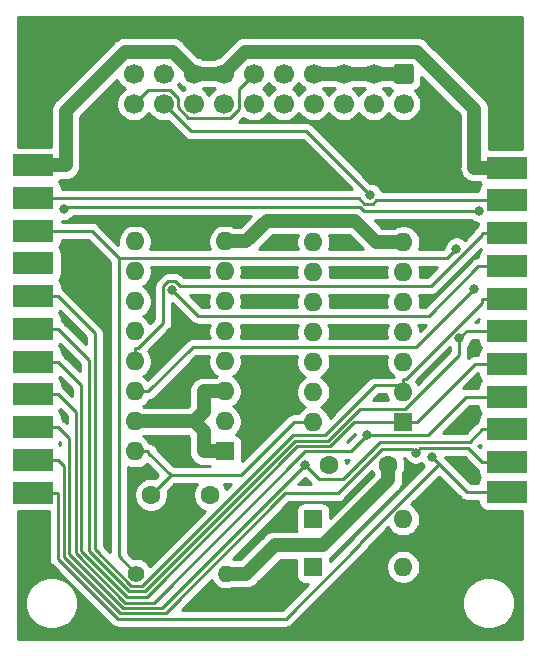
<source format=gbr>
%TF.GenerationSoftware,KiCad,Pcbnew,(5.1.9)-1*%
%TF.CreationDate,2021-05-27T14:44:41-04:00*%
%TF.ProjectId,Aimga2MacFloppy,41696d67-6132-44d6-9163-466c6f707079,1.0*%
%TF.SameCoordinates,Original*%
%TF.FileFunction,Copper,L2,Bot*%
%TF.FilePolarity,Positive*%
%FSLAX46Y46*%
G04 Gerber Fmt 4.6, Leading zero omitted, Abs format (unit mm)*
G04 Created by KiCad (PCBNEW (5.1.9)-1) date 2021-05-27 14:44:41*
%MOMM*%
%LPD*%
G01*
G04 APERTURE LIST*
%TA.AperFunction,ComponentPad*%
%ADD10O,1.600000X1.600000*%
%TD*%
%TA.AperFunction,ComponentPad*%
%ADD11R,1.600000X1.600000*%
%TD*%
%TA.AperFunction,ComponentPad*%
%ADD12C,1.600000*%
%TD*%
%TA.AperFunction,SMDPad,CuDef*%
%ADD13R,3.480000X1.846667*%
%TD*%
%TA.AperFunction,ComponentPad*%
%ADD14O,1.400000X1.400000*%
%TD*%
%TA.AperFunction,ComponentPad*%
%ADD15C,1.400000*%
%TD*%
%TA.AperFunction,ComponentPad*%
%ADD16C,1.700000*%
%TD*%
%TA.AperFunction,ViaPad*%
%ADD17C,0.800000*%
%TD*%
%TA.AperFunction,Conductor*%
%ADD18C,1.200000*%
%TD*%
%TA.AperFunction,Conductor*%
%ADD19C,0.250000*%
%TD*%
%TA.AperFunction,NonConductor*%
%ADD20C,0.254000*%
%TD*%
%TA.AperFunction,NonConductor*%
%ADD21C,0.100000*%
%TD*%
G04 APERTURE END LIST*
D10*
%TO.P,D2,2*%
%TO.N,_DKRD*%
X149758000Y-120923000D03*
D11*
%TO.P,D2,1*%
%TO.N,Net-(D1-Pad1)*%
X142138000Y-120923000D03*
%TD*%
D10*
%TO.P,D1,2*%
%TO.N,_RDY*%
X149758000Y-124923000D03*
D11*
%TO.P,D1,1*%
%TO.N,Net-(D1-Pad1)*%
X142138000Y-124923000D03*
%TD*%
D12*
%TO.P,C1,2*%
%TO.N,GND*%
X133408000Y-118833000D03*
%TO.P,C1,1*%
%TO.N,PWM*%
X128408000Y-118833000D03*
%TD*%
%TO.P,C2,2*%
%TO.N,GND*%
X148488000Y-116343000D03*
%TO.P,C2,1*%
%TO.N,PWM*%
X143488000Y-116343000D03*
%TD*%
D13*
%TO.P,J1,23*%
%TO.N,+12V*%
X118444000Y-90941000D03*
%TO.P,J1,22*%
%TO.N,_INDEX*%
X118444000Y-93711000D03*
%TO.P,J1,21*%
%TO.N,_SEL2*%
X118444000Y-96481000D03*
%TO.P,J1,20*%
%TO.N,Net-(J1-Pad20)*%
X118444000Y-99251000D03*
%TO.P,J1,19*%
%TO.N,DIR*%
X118444000Y-102021000D03*
%TO.P,J1,18*%
%TO.N,PH0*%
X118444000Y-104791000D03*
%TO.P,J1,17*%
%TO.N,_DKWD*%
X118444000Y-107561000D03*
%TO.P,J1,16*%
%TO.N,_DKWE*%
X118444000Y-110331000D03*
%TO.P,J1,15*%
%TO.N,SEL*%
X118444000Y-113101000D03*
%TO.P,J1,14*%
%TO.N,PH3*%
X118444000Y-115871000D03*
%TO.P,J1,13*%
%TO.N,PH2*%
X118444000Y-118670000D03*
%TD*%
%TO.P,J3,13*%
%TO.N,PH2*%
X158500000Y-118611000D03*
%TO.P,J3,14*%
%TO.N,PH3*%
X158500000Y-116071000D03*
%TO.P,J3,15*%
%TO.N,SEL*%
X158500000Y-113301000D03*
%TO.P,J3,16*%
%TO.N,_DKWE*%
X158500000Y-110531000D03*
%TO.P,J3,17*%
%TO.N,_DKWD*%
X158500000Y-107761000D03*
%TO.P,J3,18*%
%TO.N,PH0*%
X158500000Y-104991000D03*
%TO.P,J3,19*%
%TO.N,DIR*%
X158500000Y-102221000D03*
%TO.P,J3,20*%
%TO.N,_SEL3*%
X158500000Y-99451000D03*
%TO.P,J3,21*%
%TO.N,_SEL1*%
X158500000Y-96681000D03*
%TO.P,J3,22*%
%TO.N,_INDEX*%
X158500000Y-93911000D03*
%TO.P,J3,23*%
%TO.N,+12V*%
X158500000Y-91141000D03*
%TD*%
D14*
%TO.P,R460,2*%
%TO.N,GND*%
X134771000Y-125511000D03*
D15*
%TO.P,R460,1*%
%TO.N,_SEL2*%
X127151000Y-125511000D03*
%TD*%
D16*
%TO.P,J2,20*%
%TO.N,PWM*%
X126940000Y-85733000D03*
%TO.P,J2,18*%
%TO.N,WR*%
X129480000Y-85733000D03*
%TO.P,J2,16*%
%TO.N,RD*%
X132020000Y-85733000D03*
%TO.P,J2,14*%
%TO.N,_ENABLE*%
X134560000Y-85733000D03*
%TO.P,J2,12*%
%TO.N,SEL*%
X137100000Y-85733000D03*
%TO.P,J2,10*%
%TO.N,_DKWE*%
X139640000Y-85733000D03*
%TO.P,J2,8*%
%TO.N,PH3*%
X142180000Y-85733000D03*
%TO.P,J2,6*%
%TO.N,PH2*%
X144720000Y-85733000D03*
%TO.P,J2,4*%
%TO.N,DIR*%
X147260000Y-85733000D03*
%TO.P,J2,2*%
%TO.N,PH0*%
X149800000Y-85733000D03*
%TO.P,J2,19*%
%TO.N,Net-(J2-Pad19)*%
X126940000Y-83193000D03*
%TO.P,J2,17*%
%TO.N,Net-(J2-Pad17)*%
X129480000Y-83193000D03*
%TO.P,J2,15*%
%TO.N,+12V*%
X132020000Y-83193000D03*
%TO.P,J2,13*%
X134560000Y-83193000D03*
%TO.P,J2,11*%
%TO.N,PWM*%
X137100000Y-83193000D03*
%TO.P,J2,9*%
%TO.N,Net-(J2-Pad9)*%
X139640000Y-83193000D03*
%TO.P,J2,7*%
%TO.N,GND*%
X142180000Y-83193000D03*
%TO.P,J2,5*%
X144720000Y-83193000D03*
%TO.P,J2,3*%
X147260000Y-83193000D03*
%TO.P,J2,1*%
%TA.AperFunction,ComponentPad*%
G36*
G01*
X149200000Y-82343000D02*
X150400000Y-82343000D01*
G75*
G02*
X150650000Y-82593000I0J-250000D01*
G01*
X150650000Y-83793000D01*
G75*
G02*
X150400000Y-84043000I-250000J0D01*
G01*
X149200000Y-84043000D01*
G75*
G02*
X148950000Y-83793000I0J250000D01*
G01*
X148950000Y-82593000D01*
G75*
G02*
X149200000Y-82343000I250000J0D01*
G01*
G37*
%TD.AperFunction*%
%TD*%
D10*
%TO.P,U2,14*%
%TO.N,PWM*%
X142137000Y-112684000D03*
%TO.P,U2,7*%
%TO.N,GND*%
X149757000Y-97444000D03*
%TO.P,U2,13*%
%TO.N,Net-(U2-Pad13)*%
X142137000Y-110144000D03*
%TO.P,U2,6*%
%TO.N,Net-(U2-Pad6)*%
X149757000Y-99984000D03*
%TO.P,U2,12*%
%TO.N,Net-(U2-Pad12)*%
X142137000Y-107604000D03*
%TO.P,U2,5*%
%TO.N,Net-(U2-Pad5)*%
X149757000Y-102524000D03*
%TO.P,U2,11*%
%TO.N,Net-(U2-Pad11)*%
X142137000Y-105064000D03*
%TO.P,U2,4*%
%TO.N,Net-(U2-Pad4)*%
X149757000Y-105064000D03*
%TO.P,U2,10*%
%TO.N,Net-(U2-Pad10)*%
X142137000Y-102524000D03*
%TO.P,U2,3*%
%TO.N,WR*%
X149757000Y-107604000D03*
%TO.P,U2,9*%
%TO.N,Net-(U2-Pad9)*%
X142137000Y-99984000D03*
%TO.P,U2,2*%
%TO.N,DIR*%
X149757000Y-110144000D03*
%TO.P,U2,8*%
%TO.N,Net-(U2-Pad8)*%
X142137000Y-97444000D03*
D11*
%TO.P,U2,1*%
%TO.N,_DKWD*%
X149757000Y-112684000D03*
%TD*%
D10*
%TO.P,U1,16*%
%TO.N,PWM*%
X127054000Y-115168000D03*
%TO.P,U1,8*%
%TO.N,GND*%
X134674000Y-97388000D03*
%TO.P,U1,15*%
X127054000Y-112628000D03*
%TO.P,U1,7*%
%TO.N,Net-(U1-Pad7)*%
X134674000Y-99928000D03*
%TO.P,U1,14*%
%TO.N,_MTRXD*%
X127054000Y-110088000D03*
%TO.P,U1,6*%
%TO.N,Net-(U1-Pad6)*%
X134674000Y-102468000D03*
%TO.P,U1,13*%
%TO.N,_SEL1*%
X127054000Y-107548000D03*
%TO.P,U1,5*%
%TO.N,Net-(U1-Pad5)*%
X134674000Y-105008000D03*
%TO.P,U1,12*%
%TO.N,_ENABLE*%
X127054000Y-105008000D03*
%TO.P,U1,4*%
%TO.N,Net-(D1-Pad1)*%
X134674000Y-107548000D03*
%TO.P,U1,11*%
%TO.N,Net-(U1-Pad11)*%
X127054000Y-102468000D03*
%TO.P,U1,3*%
%TO.N,GND*%
X134674000Y-110088000D03*
%TO.P,U1,10*%
%TO.N,Net-(U1-Pad10)*%
X127054000Y-99928000D03*
%TO.P,U1,2*%
%TO.N,RD*%
X134674000Y-112628000D03*
%TO.P,U1,9*%
%TO.N,Net-(U1-Pad9)*%
X127054000Y-97388000D03*
D11*
%TO.P,U1,1*%
%TO.N,GND*%
X134674000Y-115168000D03*
%TD*%
D17*
%TO.N,_SEL3*%
X130170700Y-101472200D03*
%TO.N,_DKWE*%
X146690800Y-113776200D03*
%TO.N,_DRES*%
X120998900Y-94625600D03*
X156151300Y-94782600D03*
%TO.N,_SEL2*%
X154254800Y-97990300D03*
%TO.N,WR*%
X146940000Y-93432200D03*
%TO.N,_MTRXD*%
X155785000Y-101408600D03*
%TO.N,PH0*%
X154515800Y-105592300D03*
%TO.N,SEL*%
X141417600Y-116336100D03*
%TO.N,PH3*%
X150800000Y-115266200D03*
%TO.N,PH2*%
X152199300Y-115642400D03*
%TD*%
D18*
%TO.N,GND*%
X136474300Y-97388000D02*
X138232100Y-95630200D01*
X138232100Y-95630200D02*
X145671800Y-95630200D01*
X145671800Y-95630200D02*
X147485600Y-97444000D01*
X147485600Y-97444000D02*
X147956700Y-97444000D01*
X134771000Y-125511000D02*
X136471300Y-125511000D01*
X136471300Y-125511000D02*
X138859700Y-123122600D01*
X138859700Y-123122600D02*
X142962800Y-123122600D01*
X142962800Y-123122600D02*
X148488000Y-117597400D01*
X148488000Y-117597400D02*
X148488000Y-116343000D01*
X144720000Y-83193000D02*
X142180000Y-83193000D01*
X147260000Y-83193000D02*
X144720000Y-83193000D01*
X149800000Y-83193000D02*
X147260000Y-83193000D01*
X149757000Y-97444000D02*
X147956700Y-97444000D01*
X134674000Y-97388000D02*
X136474300Y-97388000D01*
X134674000Y-110088000D02*
X132873700Y-110088000D01*
X134674000Y-115168000D02*
X132873700Y-115168000D01*
X132031500Y-112628000D02*
X132873700Y-113470200D01*
X132873700Y-113470200D02*
X132873700Y-115168000D01*
X128454200Y-112628000D02*
X132031500Y-112628000D01*
X132873700Y-110088000D02*
X132873700Y-111785800D01*
X132873700Y-111785800D02*
X132031500Y-112628000D01*
X127054000Y-112628000D02*
X128454200Y-112628000D01*
%TO.N,+12V*%
X132020000Y-83193000D02*
X132020000Y-83113600D01*
X132020000Y-83113600D02*
X130231400Y-81325000D01*
X130231400Y-81325000D02*
X126170000Y-81325000D01*
X126170000Y-81325000D02*
X121184300Y-86310700D01*
X121184300Y-86310700D02*
X121184300Y-90941000D01*
X134560000Y-83193000D02*
X132020000Y-83193000D01*
X118444000Y-90941000D02*
X121184300Y-90941000D01*
X155759700Y-91141000D02*
X155759700Y-86180100D01*
X155759700Y-86180100D02*
X150890500Y-81310900D01*
X150890500Y-81310900D02*
X136346800Y-81310900D01*
X136346800Y-81310900D02*
X134560000Y-83097700D01*
X134560000Y-83097700D02*
X134560000Y-83193000D01*
X158500000Y-91141000D02*
X155759700Y-91141000D01*
D19*
%TO.N,_INDEX*%
X120509300Y-93711000D02*
X145980900Y-93711000D01*
X145980900Y-93711000D02*
X146452900Y-94183000D01*
X146452900Y-94183000D02*
X147215000Y-94183000D01*
X147215000Y-94183000D02*
X147487000Y-93911000D01*
X147487000Y-93911000D02*
X156434700Y-93911000D01*
X118444000Y-93711000D02*
X120509300Y-93711000D01*
X158500000Y-93911000D02*
X156434700Y-93911000D01*
%TO.N,_SEL1*%
X156434700Y-96681000D02*
X156434700Y-96836200D01*
X156434700Y-96836200D02*
X152111300Y-101159600D01*
X152111300Y-101159600D02*
X130883900Y-101159600D01*
X130883900Y-101159600D02*
X130471200Y-100746900D01*
X130471200Y-100746900D02*
X129870300Y-100746900D01*
X129870300Y-100746900D02*
X129445400Y-101171800D01*
X129445400Y-101171800D02*
X129445400Y-104260000D01*
X129445400Y-104260000D02*
X127282700Y-106422700D01*
X127282700Y-106422700D02*
X127054000Y-106422700D01*
X158500000Y-96681000D02*
X156434700Y-96681000D01*
X127054000Y-107548000D02*
X127054000Y-106422700D01*
%TO.N,_SEL3*%
X158500000Y-99451000D02*
X156122400Y-99451000D01*
X156122400Y-99451000D02*
X151910100Y-103663300D01*
X151910100Y-103663300D02*
X132361800Y-103663300D01*
X132361800Y-103663300D02*
X130170700Y-101472200D01*
%TO.N,DIR*%
X120509300Y-102021000D02*
X123655900Y-105167600D01*
X123655900Y-105167600D02*
X123656000Y-105167600D01*
X123656000Y-105167600D02*
X123656000Y-123466000D01*
X123656000Y-123466000D02*
X126740600Y-126550600D01*
X126740600Y-126550600D02*
X127650000Y-126550600D01*
X127650000Y-126550600D02*
X140391300Y-113809300D01*
X140391300Y-113809300D02*
X143129700Y-113809300D01*
X143129700Y-113809300D02*
X147357700Y-109581300D01*
X147357700Y-109581300D02*
X149757000Y-109581300D01*
X118444000Y-102021000D02*
X120509300Y-102021000D01*
X149757000Y-109581300D02*
X149757000Y-109018700D01*
X149757000Y-110144000D02*
X149757000Y-109581300D01*
X158500000Y-102221000D02*
X156434700Y-102221000D01*
X149757000Y-109018700D02*
X149978800Y-109018700D01*
X149978800Y-109018700D02*
X156434700Y-102562800D01*
X156434700Y-102562800D02*
X156434700Y-102221000D01*
%TO.N,_DKWD*%
X148631700Y-112684000D02*
X148631700Y-112684100D01*
X148631700Y-112684100D02*
X145604500Y-112684100D01*
X145604500Y-112684100D02*
X143578500Y-114710100D01*
X143578500Y-114710100D02*
X140795600Y-114710100D01*
X140795600Y-114710100D02*
X128054500Y-127451200D01*
X128054500Y-127451200D02*
X126365900Y-127451200D01*
X126365900Y-127451200D02*
X122491500Y-123576800D01*
X122491500Y-123576800D02*
X122491500Y-109543200D01*
X122491500Y-109543200D02*
X120509300Y-107561000D01*
X149757000Y-112684000D02*
X148631700Y-112684000D01*
X149757000Y-112684000D02*
X150882300Y-112684000D01*
X150882300Y-112684000D02*
X155805300Y-107761000D01*
X155805300Y-107761000D02*
X158500000Y-107761000D01*
X118444000Y-107561000D02*
X120509300Y-107561000D01*
%TO.N,_DKWE*%
X146690800Y-113776200D02*
X145306500Y-115160500D01*
X145306500Y-115160500D02*
X141469300Y-115160500D01*
X141469300Y-115160500D02*
X128672000Y-127957800D01*
X128672000Y-127957800D02*
X126196500Y-127957800D01*
X126196500Y-127957800D02*
X122041100Y-123802400D01*
X122041100Y-123802400D02*
X122041100Y-111862800D01*
X122041100Y-111862800D02*
X120509300Y-110331000D01*
X118444000Y-110331000D02*
X120509300Y-110331000D01*
X146690800Y-113776200D02*
X146724000Y-113809400D01*
X146724000Y-113809400D02*
X151818000Y-113809400D01*
X151818000Y-113809400D02*
X155096400Y-110531000D01*
X155096400Y-110531000D02*
X158500000Y-110531000D01*
%TO.N,_DRES*%
X120998900Y-94625600D02*
X121143300Y-94481200D01*
X121143300Y-94481200D02*
X146114200Y-94481200D01*
X146114200Y-94481200D02*
X146415600Y-94782600D01*
X146415600Y-94782600D02*
X156151300Y-94782600D01*
%TO.N,_SEL2*%
X125688500Y-98784400D02*
X123385100Y-96481000D01*
X123385100Y-96481000D02*
X120509300Y-96481000D01*
X125688500Y-98784400D02*
X153460700Y-98784400D01*
X153460700Y-98784400D02*
X154254800Y-97990300D01*
X127151000Y-125511000D02*
X125688500Y-124048500D01*
X125688500Y-124048500D02*
X125688500Y-98784400D01*
X118444000Y-96481000D02*
X120509300Y-96481000D01*
%TO.N,WR*%
X146940000Y-93432200D02*
X141556900Y-88049100D01*
X141556900Y-88049100D02*
X131796100Y-88049100D01*
X131796100Y-88049100D02*
X129480000Y-85733000D01*
%TO.N,_MTRXD*%
X127054000Y-110088000D02*
X128179300Y-110088000D01*
X128179300Y-110088000D02*
X131933300Y-106334000D01*
X131933300Y-106334000D02*
X150859600Y-106334000D01*
X150859600Y-106334000D02*
X155785000Y-101408600D01*
%TO.N,PWM*%
X137100000Y-83193000D02*
X135830000Y-84463000D01*
X135830000Y-84463000D02*
X135830000Y-86196900D01*
X135830000Y-86196900D02*
X135094300Y-86932600D01*
X135094300Y-86932600D02*
X131553200Y-86932600D01*
X131553200Y-86932600D02*
X130655400Y-86034800D01*
X130655400Y-86034800D02*
X130655400Y-85207400D01*
X130655400Y-85207400D02*
X130004000Y-84556000D01*
X130004000Y-84556000D02*
X128117000Y-84556000D01*
X128117000Y-84556000D02*
X126940000Y-85733000D01*
X130052000Y-117189000D02*
X135999400Y-117189000D01*
X135999400Y-117189000D02*
X140504400Y-112684000D01*
X140504400Y-112684000D02*
X142137000Y-112684000D01*
X128408000Y-118833000D02*
X130052000Y-117189000D01*
X128179300Y-115168000D02*
X128179300Y-115316300D01*
X128179300Y-115316300D02*
X130052000Y-117189000D01*
X127054000Y-115168000D02*
X128179300Y-115168000D01*
%TO.N,PH0*%
X154515800Y-105592300D02*
X154515800Y-106976900D01*
X154515800Y-106976900D02*
X149934000Y-111558700D01*
X149934000Y-111558700D02*
X146092800Y-111558700D01*
X146092800Y-111558700D02*
X143391700Y-114259800D01*
X143391700Y-114259800D02*
X140609000Y-114259800D01*
X140609000Y-114259800D02*
X127867900Y-127000900D01*
X127867900Y-127000900D02*
X126554000Y-127000900D01*
X126554000Y-127000900D02*
X123167000Y-123613900D01*
X123167000Y-123613900D02*
X123167000Y-107448700D01*
X123167000Y-107448700D02*
X120509300Y-104791000D01*
X118444000Y-104791000D02*
X120509300Y-104791000D01*
X156434700Y-104991000D02*
X155117100Y-104991000D01*
X155117100Y-104991000D02*
X154515800Y-105592300D01*
X158500000Y-104991000D02*
X156434700Y-104991000D01*
%TO.N,SEL*%
X120509300Y-113101000D02*
X121473600Y-114065300D01*
X121473600Y-114065300D02*
X121473600Y-123871800D01*
X121473600Y-123871800D02*
X126010000Y-128408200D01*
X126010000Y-128408200D02*
X129345500Y-128408200D01*
X129345500Y-128408200D02*
X141417600Y-116336100D01*
X156434700Y-113301000D02*
X155385800Y-114349900D01*
X155385800Y-114349900D02*
X147825500Y-114349900D01*
X147825500Y-114349900D02*
X144668100Y-117507300D01*
X144668100Y-117507300D02*
X142588800Y-117507300D01*
X142588800Y-117507300D02*
X141417600Y-116336100D01*
X118444000Y-113101000D02*
X120509300Y-113101000D01*
X158500000Y-113301000D02*
X156434700Y-113301000D01*
%TO.N,PH3*%
X150800000Y-115266200D02*
X150519800Y-114986000D01*
X150519800Y-114986000D02*
X147931500Y-114986000D01*
X147931500Y-114986000D02*
X144199200Y-118718300D01*
X144199200Y-118718300D02*
X139785700Y-118718300D01*
X139785700Y-118718300D02*
X129633700Y-128870300D01*
X129633700Y-128870300D02*
X125770300Y-128870300D01*
X125770300Y-128870300D02*
X121023200Y-124123200D01*
X121023200Y-124123200D02*
X121023200Y-116384900D01*
X121023200Y-116384900D02*
X120509300Y-115871000D01*
X118444000Y-115871000D02*
X120509300Y-115871000D01*
X150800000Y-115266200D02*
X151161600Y-114904600D01*
X151161600Y-114904600D02*
X155268300Y-114904600D01*
X155268300Y-114904600D02*
X156434700Y-116071000D01*
X158500000Y-116071000D02*
X156434700Y-116071000D01*
%TO.N,PH2*%
X152782200Y-116225300D02*
X155167900Y-118611000D01*
X155167900Y-118611000D02*
X158500000Y-118611000D01*
X120509300Y-118670000D02*
X120509300Y-124246200D01*
X120509300Y-124246200D02*
X125583700Y-129320600D01*
X125583700Y-129320600D02*
X139809200Y-129320600D01*
X139809200Y-129320600D02*
X146096800Y-123033000D01*
X146096800Y-123033000D02*
X146096800Y-122910700D01*
X146096800Y-122910700D02*
X152782200Y-116225300D01*
X152199300Y-115642400D02*
X152782200Y-116225300D01*
X118444000Y-118670000D02*
X120509300Y-118670000D01*
%TD*%
D20*
X154604101Y-119122003D02*
X154627899Y-119151001D01*
X154743624Y-119245974D01*
X154875653Y-119316546D01*
X155018914Y-119360003D01*
X155130567Y-119371000D01*
X155130576Y-119371000D01*
X155167899Y-119374676D01*
X155205222Y-119371000D01*
X156121928Y-119371000D01*
X156121928Y-119534333D01*
X156134188Y-119658815D01*
X156170498Y-119778513D01*
X156229463Y-119888827D01*
X156308815Y-119985518D01*
X156405506Y-120064870D01*
X156515820Y-120123835D01*
X156635518Y-120160145D01*
X156760000Y-120172405D01*
X159819749Y-120172405D01*
X159822815Y-131032960D01*
X117142814Y-131032960D01*
X117141896Y-127779872D01*
X117765000Y-127779872D01*
X117765000Y-128220128D01*
X117850890Y-128651925D01*
X118019369Y-129058669D01*
X118263962Y-129424729D01*
X118575271Y-129736038D01*
X118941331Y-129980631D01*
X119348075Y-130149110D01*
X119779872Y-130235000D01*
X120220128Y-130235000D01*
X120651925Y-130149110D01*
X121058669Y-129980631D01*
X121424729Y-129736038D01*
X121736038Y-129424729D01*
X121980631Y-129058669D01*
X122149110Y-128651925D01*
X122235000Y-128220128D01*
X122235000Y-127779872D01*
X122149110Y-127348075D01*
X121980631Y-126941331D01*
X121736038Y-126575271D01*
X121424729Y-126263962D01*
X121058669Y-126019369D01*
X120651925Y-125850890D01*
X120220128Y-125765000D01*
X119779872Y-125765000D01*
X119348075Y-125850890D01*
X118941331Y-126019369D01*
X118575271Y-126263962D01*
X118263962Y-126575271D01*
X118019369Y-126941331D01*
X117850890Y-127348075D01*
X117765000Y-127779872D01*
X117141896Y-127779872D01*
X117139765Y-120231405D01*
X119749300Y-120231405D01*
X119749301Y-124208868D01*
X119745624Y-124246200D01*
X119760298Y-124395185D01*
X119803754Y-124538446D01*
X119874326Y-124670476D01*
X119942911Y-124754046D01*
X119969300Y-124786201D01*
X119998298Y-124809999D01*
X125019901Y-129831603D01*
X125043699Y-129860601D01*
X125159424Y-129955574D01*
X125291453Y-130026146D01*
X125434714Y-130069603D01*
X125546367Y-130080600D01*
X125546376Y-130080600D01*
X125583699Y-130084276D01*
X125621022Y-130080600D01*
X139771878Y-130080600D01*
X139809200Y-130084276D01*
X139846522Y-130080600D01*
X139846533Y-130080600D01*
X139958186Y-130069603D01*
X140101447Y-130026146D01*
X140233476Y-129955574D01*
X140349201Y-129860601D01*
X140373004Y-129831597D01*
X142424729Y-127779872D01*
X154765000Y-127779872D01*
X154765000Y-128220128D01*
X154850890Y-128651925D01*
X155019369Y-129058669D01*
X155263962Y-129424729D01*
X155575271Y-129736038D01*
X155941331Y-129980631D01*
X156348075Y-130149110D01*
X156779872Y-130235000D01*
X157220128Y-130235000D01*
X157651925Y-130149110D01*
X158058669Y-129980631D01*
X158424729Y-129736038D01*
X158736038Y-129424729D01*
X158980631Y-129058669D01*
X159149110Y-128651925D01*
X159235000Y-128220128D01*
X159235000Y-127779872D01*
X159149110Y-127348075D01*
X158980631Y-126941331D01*
X158736038Y-126575271D01*
X158424729Y-126263962D01*
X158058669Y-126019369D01*
X157651925Y-125850890D01*
X157220128Y-125765000D01*
X156779872Y-125765000D01*
X156348075Y-125850890D01*
X155941331Y-126019369D01*
X155575271Y-126263962D01*
X155263962Y-126575271D01*
X155019369Y-126941331D01*
X154850890Y-127348075D01*
X154765000Y-127779872D01*
X142424729Y-127779872D01*
X145422936Y-124781665D01*
X148323000Y-124781665D01*
X148323000Y-125064335D01*
X148378147Y-125341574D01*
X148486320Y-125602727D01*
X148643363Y-125837759D01*
X148843241Y-126037637D01*
X149078273Y-126194680D01*
X149339426Y-126302853D01*
X149616665Y-126358000D01*
X149899335Y-126358000D01*
X150176574Y-126302853D01*
X150437727Y-126194680D01*
X150672759Y-126037637D01*
X150872637Y-125837759D01*
X151029680Y-125602727D01*
X151137853Y-125341574D01*
X151193000Y-125064335D01*
X151193000Y-124781665D01*
X151137853Y-124504426D01*
X151029680Y-124243273D01*
X150872637Y-124008241D01*
X150672759Y-123808363D01*
X150437727Y-123651320D01*
X150176574Y-123543147D01*
X149899335Y-123488000D01*
X149616665Y-123488000D01*
X149339426Y-123543147D01*
X149078273Y-123651320D01*
X148843241Y-123808363D01*
X148643363Y-124008241D01*
X148486320Y-124243273D01*
X148378147Y-124504426D01*
X148323000Y-124781665D01*
X145422936Y-124781665D01*
X146607804Y-123596798D01*
X146636801Y-123573001D01*
X146731774Y-123457276D01*
X146802346Y-123325247D01*
X146822067Y-123260234D01*
X148484344Y-121597957D01*
X148486320Y-121602727D01*
X148643363Y-121837759D01*
X148843241Y-122037637D01*
X149078273Y-122194680D01*
X149339426Y-122302853D01*
X149616665Y-122358000D01*
X149899335Y-122358000D01*
X150176574Y-122302853D01*
X150437727Y-122194680D01*
X150672759Y-122037637D01*
X150872637Y-121837759D01*
X151029680Y-121602727D01*
X151137853Y-121341574D01*
X151193000Y-121064335D01*
X151193000Y-120781665D01*
X151137853Y-120504426D01*
X151029680Y-120243273D01*
X150872637Y-120008241D01*
X150672759Y-119808363D01*
X150437727Y-119651320D01*
X150432957Y-119649344D01*
X152782200Y-117300102D01*
X154604101Y-119122003D01*
%TA.AperFunction,NonConductor*%
D21*
G36*
X154604101Y-119122003D02*
G01*
X154627899Y-119151001D01*
X154743624Y-119245974D01*
X154875653Y-119316546D01*
X155018914Y-119360003D01*
X155130567Y-119371000D01*
X155130576Y-119371000D01*
X155167899Y-119374676D01*
X155205222Y-119371000D01*
X156121928Y-119371000D01*
X156121928Y-119534333D01*
X156134188Y-119658815D01*
X156170498Y-119778513D01*
X156229463Y-119888827D01*
X156308815Y-119985518D01*
X156405506Y-120064870D01*
X156515820Y-120123835D01*
X156635518Y-120160145D01*
X156760000Y-120172405D01*
X159819749Y-120172405D01*
X159822815Y-131032960D01*
X117142814Y-131032960D01*
X117141896Y-127779872D01*
X117765000Y-127779872D01*
X117765000Y-128220128D01*
X117850890Y-128651925D01*
X118019369Y-129058669D01*
X118263962Y-129424729D01*
X118575271Y-129736038D01*
X118941331Y-129980631D01*
X119348075Y-130149110D01*
X119779872Y-130235000D01*
X120220128Y-130235000D01*
X120651925Y-130149110D01*
X121058669Y-129980631D01*
X121424729Y-129736038D01*
X121736038Y-129424729D01*
X121980631Y-129058669D01*
X122149110Y-128651925D01*
X122235000Y-128220128D01*
X122235000Y-127779872D01*
X122149110Y-127348075D01*
X121980631Y-126941331D01*
X121736038Y-126575271D01*
X121424729Y-126263962D01*
X121058669Y-126019369D01*
X120651925Y-125850890D01*
X120220128Y-125765000D01*
X119779872Y-125765000D01*
X119348075Y-125850890D01*
X118941331Y-126019369D01*
X118575271Y-126263962D01*
X118263962Y-126575271D01*
X118019369Y-126941331D01*
X117850890Y-127348075D01*
X117765000Y-127779872D01*
X117141896Y-127779872D01*
X117139765Y-120231405D01*
X119749300Y-120231405D01*
X119749301Y-124208868D01*
X119745624Y-124246200D01*
X119760298Y-124395185D01*
X119803754Y-124538446D01*
X119874326Y-124670476D01*
X119942911Y-124754046D01*
X119969300Y-124786201D01*
X119998298Y-124809999D01*
X125019901Y-129831603D01*
X125043699Y-129860601D01*
X125159424Y-129955574D01*
X125291453Y-130026146D01*
X125434714Y-130069603D01*
X125546367Y-130080600D01*
X125546376Y-130080600D01*
X125583699Y-130084276D01*
X125621022Y-130080600D01*
X139771878Y-130080600D01*
X139809200Y-130084276D01*
X139846522Y-130080600D01*
X139846533Y-130080600D01*
X139958186Y-130069603D01*
X140101447Y-130026146D01*
X140233476Y-129955574D01*
X140349201Y-129860601D01*
X140373004Y-129831597D01*
X142424729Y-127779872D01*
X154765000Y-127779872D01*
X154765000Y-128220128D01*
X154850890Y-128651925D01*
X155019369Y-129058669D01*
X155263962Y-129424729D01*
X155575271Y-129736038D01*
X155941331Y-129980631D01*
X156348075Y-130149110D01*
X156779872Y-130235000D01*
X157220128Y-130235000D01*
X157651925Y-130149110D01*
X158058669Y-129980631D01*
X158424729Y-129736038D01*
X158736038Y-129424729D01*
X158980631Y-129058669D01*
X159149110Y-128651925D01*
X159235000Y-128220128D01*
X159235000Y-127779872D01*
X159149110Y-127348075D01*
X158980631Y-126941331D01*
X158736038Y-126575271D01*
X158424729Y-126263962D01*
X158058669Y-126019369D01*
X157651925Y-125850890D01*
X157220128Y-125765000D01*
X156779872Y-125765000D01*
X156348075Y-125850890D01*
X155941331Y-126019369D01*
X155575271Y-126263962D01*
X155263962Y-126575271D01*
X155019369Y-126941331D01*
X154850890Y-127348075D01*
X154765000Y-127779872D01*
X142424729Y-127779872D01*
X145422936Y-124781665D01*
X148323000Y-124781665D01*
X148323000Y-125064335D01*
X148378147Y-125341574D01*
X148486320Y-125602727D01*
X148643363Y-125837759D01*
X148843241Y-126037637D01*
X149078273Y-126194680D01*
X149339426Y-126302853D01*
X149616665Y-126358000D01*
X149899335Y-126358000D01*
X150176574Y-126302853D01*
X150437727Y-126194680D01*
X150672759Y-126037637D01*
X150872637Y-125837759D01*
X151029680Y-125602727D01*
X151137853Y-125341574D01*
X151193000Y-125064335D01*
X151193000Y-124781665D01*
X151137853Y-124504426D01*
X151029680Y-124243273D01*
X150872637Y-124008241D01*
X150672759Y-123808363D01*
X150437727Y-123651320D01*
X150176574Y-123543147D01*
X149899335Y-123488000D01*
X149616665Y-123488000D01*
X149339426Y-123543147D01*
X149078273Y-123651320D01*
X148843241Y-123808363D01*
X148643363Y-124008241D01*
X148486320Y-124243273D01*
X148378147Y-124504426D01*
X148323000Y-124781665D01*
X145422936Y-124781665D01*
X146607804Y-123596798D01*
X146636801Y-123573001D01*
X146731774Y-123457276D01*
X146802346Y-123325247D01*
X146822067Y-123260234D01*
X148484344Y-121597957D01*
X148486320Y-121602727D01*
X148643363Y-121837759D01*
X148843241Y-122037637D01*
X149078273Y-122194680D01*
X149339426Y-122302853D01*
X149616665Y-122358000D01*
X149899335Y-122358000D01*
X150176574Y-122302853D01*
X150437727Y-122194680D01*
X150672759Y-122037637D01*
X150872637Y-121837759D01*
X151029680Y-121602727D01*
X151137853Y-121341574D01*
X151193000Y-121064335D01*
X151193000Y-120781665D01*
X151137853Y-120504426D01*
X151029680Y-120243273D01*
X150872637Y-120008241D01*
X150672759Y-119808363D01*
X150437727Y-119651320D01*
X150432957Y-119649344D01*
X152782200Y-117300102D01*
X154604101Y-119122003D01*
G37*
%TD.AperFunction*%
D20*
X140699928Y-125723000D02*
X140712188Y-125847482D01*
X140748498Y-125967180D01*
X140807463Y-126077494D01*
X140886815Y-126174185D01*
X140983506Y-126253537D01*
X141093820Y-126312502D01*
X141213518Y-126348812D01*
X141338000Y-126361072D01*
X141693927Y-126361072D01*
X139494399Y-128560600D01*
X131018201Y-128560600D01*
X133543274Y-126035528D01*
X133587939Y-126143359D01*
X133734038Y-126362013D01*
X133919987Y-126547962D01*
X134138641Y-126694061D01*
X134381595Y-126794696D01*
X134639514Y-126846000D01*
X134902486Y-126846000D01*
X135160405Y-126794696D01*
X135277967Y-126746000D01*
X136410635Y-126746000D01*
X136471300Y-126751975D01*
X136531965Y-126746000D01*
X136713402Y-126728130D01*
X136946201Y-126657511D01*
X137160749Y-126542833D01*
X137348802Y-126388502D01*
X137387478Y-126341375D01*
X139371254Y-124357600D01*
X140699928Y-124357600D01*
X140699928Y-125723000D01*
%TA.AperFunction,NonConductor*%
D21*
G36*
X140699928Y-125723000D02*
G01*
X140712188Y-125847482D01*
X140748498Y-125967180D01*
X140807463Y-126077494D01*
X140886815Y-126174185D01*
X140983506Y-126253537D01*
X141093820Y-126312502D01*
X141213518Y-126348812D01*
X141338000Y-126361072D01*
X141693927Y-126361072D01*
X139494399Y-128560600D01*
X131018201Y-128560600D01*
X133543274Y-126035528D01*
X133587939Y-126143359D01*
X133734038Y-126362013D01*
X133919987Y-126547962D01*
X134138641Y-126694061D01*
X134381595Y-126794696D01*
X134639514Y-126846000D01*
X134902486Y-126846000D01*
X135160405Y-126794696D01*
X135277967Y-126746000D01*
X136410635Y-126746000D01*
X136471300Y-126751975D01*
X136531965Y-126746000D01*
X136713402Y-126728130D01*
X136946201Y-126657511D01*
X137160749Y-126542833D01*
X137348802Y-126388502D01*
X137387478Y-126341375D01*
X139371254Y-124357600D01*
X140699928Y-124357600D01*
X140699928Y-125723000D01*
G37*
%TD.AperFunction*%
D20*
X128977198Y-117189000D02*
X128731886Y-117434312D01*
X128549335Y-117398000D01*
X128266665Y-117398000D01*
X127989426Y-117453147D01*
X127728273Y-117561320D01*
X127493241Y-117718363D01*
X127293363Y-117918241D01*
X127136320Y-118153273D01*
X127028147Y-118414426D01*
X126973000Y-118691665D01*
X126973000Y-118974335D01*
X127028147Y-119251574D01*
X127136320Y-119512727D01*
X127293363Y-119747759D01*
X127493241Y-119947637D01*
X127728273Y-120104680D01*
X127989426Y-120212853D01*
X128266665Y-120268000D01*
X128549335Y-120268000D01*
X128826574Y-120212853D01*
X129087727Y-120104680D01*
X129322759Y-119947637D01*
X129522637Y-119747759D01*
X129679680Y-119512727D01*
X129787853Y-119251574D01*
X129843000Y-118974335D01*
X129843000Y-118691665D01*
X129806688Y-118509114D01*
X130366802Y-117949000D01*
X132272811Y-117949000D01*
X132136320Y-118153273D01*
X132028147Y-118414426D01*
X131973000Y-118691665D01*
X131973000Y-118974335D01*
X132028147Y-119251574D01*
X132136320Y-119512727D01*
X132293363Y-119747759D01*
X132493241Y-119947637D01*
X132728273Y-120104680D01*
X132935346Y-120190452D01*
X128299253Y-124826546D01*
X128187962Y-124659987D01*
X128002013Y-124474038D01*
X127783359Y-124327939D01*
X127540405Y-124227304D01*
X127282486Y-124176000D01*
X127019514Y-124176000D01*
X126912157Y-124197355D01*
X126448500Y-123733699D01*
X126448500Y-116470426D01*
X126635426Y-116547853D01*
X126912665Y-116603000D01*
X127195335Y-116603000D01*
X127472574Y-116547853D01*
X127733727Y-116439680D01*
X127968759Y-116282637D01*
X128019797Y-116231599D01*
X128977198Y-117189000D01*
%TA.AperFunction,NonConductor*%
D21*
G36*
X128977198Y-117189000D02*
G01*
X128731886Y-117434312D01*
X128549335Y-117398000D01*
X128266665Y-117398000D01*
X127989426Y-117453147D01*
X127728273Y-117561320D01*
X127493241Y-117718363D01*
X127293363Y-117918241D01*
X127136320Y-118153273D01*
X127028147Y-118414426D01*
X126973000Y-118691665D01*
X126973000Y-118974335D01*
X127028147Y-119251574D01*
X127136320Y-119512727D01*
X127293363Y-119747759D01*
X127493241Y-119947637D01*
X127728273Y-120104680D01*
X127989426Y-120212853D01*
X128266665Y-120268000D01*
X128549335Y-120268000D01*
X128826574Y-120212853D01*
X129087727Y-120104680D01*
X129322759Y-119947637D01*
X129522637Y-119747759D01*
X129679680Y-119512727D01*
X129787853Y-119251574D01*
X129843000Y-118974335D01*
X129843000Y-118691665D01*
X129806688Y-118509114D01*
X130366802Y-117949000D01*
X132272811Y-117949000D01*
X132136320Y-118153273D01*
X132028147Y-118414426D01*
X131973000Y-118691665D01*
X131973000Y-118974335D01*
X132028147Y-119251574D01*
X132136320Y-119512727D01*
X132293363Y-119747759D01*
X132493241Y-119947637D01*
X132728273Y-120104680D01*
X132935346Y-120190452D01*
X128299253Y-124826546D01*
X128187962Y-124659987D01*
X128002013Y-124474038D01*
X127783359Y-124327939D01*
X127540405Y-124227304D01*
X127282486Y-124176000D01*
X127019514Y-124176000D01*
X126912157Y-124197355D01*
X126448500Y-123733699D01*
X126448500Y-116470426D01*
X126635426Y-116547853D01*
X126912665Y-116603000D01*
X127195335Y-116603000D01*
X127472574Y-116547853D01*
X127733727Y-116439680D01*
X127968759Y-116282637D01*
X128019797Y-116231599D01*
X128977198Y-117189000D01*
G37*
%TD.AperFunction*%
D20*
X149882795Y-115756456D02*
X149996063Y-115925974D01*
X150140226Y-116070137D01*
X150309744Y-116183405D01*
X150498102Y-116261426D01*
X150698061Y-116301200D01*
X150901939Y-116301200D01*
X151101898Y-116261426D01*
X151290256Y-116183405D01*
X151308057Y-116171511D01*
X151395363Y-116302174D01*
X151512944Y-116419755D01*
X145585802Y-122346897D01*
X145556799Y-122370699D01*
X145461826Y-122486424D01*
X145391254Y-122618453D01*
X145371533Y-122683465D01*
X143576072Y-124478926D01*
X143576072Y-124195150D01*
X143652249Y-124154433D01*
X143840302Y-124000102D01*
X143878978Y-123952975D01*
X149318381Y-118513573D01*
X149365502Y-118474902D01*
X149519833Y-118286849D01*
X149634511Y-118072301D01*
X149705130Y-117839502D01*
X149723000Y-117658065D01*
X149723000Y-117658064D01*
X149728975Y-117597400D01*
X149723000Y-117536735D01*
X149723000Y-117077623D01*
X149759680Y-117022727D01*
X149867853Y-116761574D01*
X149923000Y-116484335D01*
X149923000Y-116201665D01*
X149867853Y-115924426D01*
X149793947Y-115746000D01*
X149878464Y-115746000D01*
X149882795Y-115756456D01*
%TA.AperFunction,NonConductor*%
D21*
G36*
X149882795Y-115756456D02*
G01*
X149996063Y-115925974D01*
X150140226Y-116070137D01*
X150309744Y-116183405D01*
X150498102Y-116261426D01*
X150698061Y-116301200D01*
X150901939Y-116301200D01*
X151101898Y-116261426D01*
X151290256Y-116183405D01*
X151308057Y-116171511D01*
X151395363Y-116302174D01*
X151512944Y-116419755D01*
X145585802Y-122346897D01*
X145556799Y-122370699D01*
X145461826Y-122486424D01*
X145391254Y-122618453D01*
X145371533Y-122683465D01*
X143576072Y-124478926D01*
X143576072Y-124195150D01*
X143652249Y-124154433D01*
X143840302Y-124000102D01*
X143878978Y-123952975D01*
X149318381Y-118513573D01*
X149365502Y-118474902D01*
X149519833Y-118286849D01*
X149634511Y-118072301D01*
X149705130Y-117839502D01*
X149723000Y-117658065D01*
X149723000Y-117658064D01*
X149728975Y-117597400D01*
X149723000Y-117536735D01*
X149723000Y-117077623D01*
X149759680Y-117022727D01*
X149867853Y-116761574D01*
X149923000Y-116484335D01*
X149923000Y-116201665D01*
X149867853Y-115924426D01*
X149793947Y-115746000D01*
X149878464Y-115746000D01*
X149882795Y-115756456D01*
G37*
%TD.AperFunction*%
D20*
X147216320Y-117022727D02*
X147253000Y-117077623D01*
X147253000Y-117085846D01*
X143576072Y-120762775D01*
X143576072Y-120123000D01*
X143563812Y-119998518D01*
X143527502Y-119878820D01*
X143468537Y-119768506D01*
X143389185Y-119671815D01*
X143292494Y-119592463D01*
X143182180Y-119533498D01*
X143062482Y-119497188D01*
X142938000Y-119484928D01*
X141338000Y-119484928D01*
X141213518Y-119497188D01*
X141093820Y-119533498D01*
X140983506Y-119592463D01*
X140886815Y-119671815D01*
X140807463Y-119768506D01*
X140748498Y-119878820D01*
X140712188Y-119998518D01*
X140699928Y-120123000D01*
X140699928Y-121723000D01*
X140712188Y-121847482D01*
X140724358Y-121887600D01*
X138920365Y-121887600D01*
X138859700Y-121881625D01*
X138799035Y-121887600D01*
X138617598Y-121905470D01*
X138384799Y-121976089D01*
X138170251Y-122090767D01*
X137982198Y-122245098D01*
X137943526Y-122292220D01*
X135959747Y-124276000D01*
X135302802Y-124276000D01*
X140100502Y-119478300D01*
X144161878Y-119478300D01*
X144199200Y-119481976D01*
X144236522Y-119478300D01*
X144236533Y-119478300D01*
X144348186Y-119467303D01*
X144491447Y-119423846D01*
X144623476Y-119353274D01*
X144739201Y-119258301D01*
X144763004Y-119229297D01*
X147144050Y-116848252D01*
X147216320Y-117022727D01*
%TA.AperFunction,NonConductor*%
D21*
G36*
X147216320Y-117022727D02*
G01*
X147253000Y-117077623D01*
X147253000Y-117085846D01*
X143576072Y-120762775D01*
X143576072Y-120123000D01*
X143563812Y-119998518D01*
X143527502Y-119878820D01*
X143468537Y-119768506D01*
X143389185Y-119671815D01*
X143292494Y-119592463D01*
X143182180Y-119533498D01*
X143062482Y-119497188D01*
X142938000Y-119484928D01*
X141338000Y-119484928D01*
X141213518Y-119497188D01*
X141093820Y-119533498D01*
X140983506Y-119592463D01*
X140886815Y-119671815D01*
X140807463Y-119768506D01*
X140748498Y-119878820D01*
X140712188Y-119998518D01*
X140699928Y-120123000D01*
X140699928Y-121723000D01*
X140712188Y-121847482D01*
X140724358Y-121887600D01*
X138920365Y-121887600D01*
X138859700Y-121881625D01*
X138799035Y-121887600D01*
X138617598Y-121905470D01*
X138384799Y-121976089D01*
X138170251Y-122090767D01*
X137982198Y-122245098D01*
X137943526Y-122292220D01*
X135959747Y-124276000D01*
X135302802Y-124276000D01*
X140100502Y-119478300D01*
X144161878Y-119478300D01*
X144199200Y-119481976D01*
X144236522Y-119478300D01*
X144236533Y-119478300D01*
X144348186Y-119467303D01*
X144491447Y-119423846D01*
X144623476Y-119353274D01*
X144739201Y-119258301D01*
X144763004Y-119229297D01*
X147144050Y-116848252D01*
X147216320Y-117022727D01*
G37*
%TD.AperFunction*%
D20*
X124928501Y-99099203D02*
X124928500Y-123663699D01*
X124416000Y-123151199D01*
X124416000Y-105204933D01*
X124419677Y-105167600D01*
X124405003Y-105018614D01*
X124361546Y-104875353D01*
X124290974Y-104743324D01*
X124196001Y-104627599D01*
X124166451Y-104603348D01*
X121073104Y-101510003D01*
X121049301Y-101480999D01*
X120933576Y-101386026D01*
X120822072Y-101326425D01*
X120822072Y-101097667D01*
X120809812Y-100973185D01*
X120773502Y-100853487D01*
X120714537Y-100743173D01*
X120635185Y-100646482D01*
X120622413Y-100636000D01*
X120635185Y-100625518D01*
X120714537Y-100528827D01*
X120773502Y-100418513D01*
X120809812Y-100298815D01*
X120822072Y-100174333D01*
X120822072Y-98327667D01*
X120809812Y-98203185D01*
X120773502Y-98083487D01*
X120714537Y-97973173D01*
X120635185Y-97876482D01*
X120622413Y-97866000D01*
X120635185Y-97855518D01*
X120714537Y-97758827D01*
X120773502Y-97648513D01*
X120809812Y-97528815D01*
X120822072Y-97404333D01*
X120822072Y-97241000D01*
X123070299Y-97241000D01*
X124928501Y-99099203D01*
%TA.AperFunction,NonConductor*%
D21*
G36*
X124928501Y-99099203D02*
G01*
X124928500Y-123663699D01*
X124416000Y-123151199D01*
X124416000Y-105204933D01*
X124419677Y-105167600D01*
X124405003Y-105018614D01*
X124361546Y-104875353D01*
X124290974Y-104743324D01*
X124196001Y-104627599D01*
X124166451Y-104603348D01*
X121073104Y-101510003D01*
X121049301Y-101480999D01*
X120933576Y-101386026D01*
X120822072Y-101326425D01*
X120822072Y-101097667D01*
X120809812Y-100973185D01*
X120773502Y-100853487D01*
X120714537Y-100743173D01*
X120635185Y-100646482D01*
X120622413Y-100636000D01*
X120635185Y-100625518D01*
X120714537Y-100528827D01*
X120773502Y-100418513D01*
X120809812Y-100298815D01*
X120822072Y-100174333D01*
X120822072Y-98327667D01*
X120809812Y-98203185D01*
X120773502Y-98083487D01*
X120714537Y-97973173D01*
X120635185Y-97876482D01*
X120622413Y-97866000D01*
X120635185Y-97855518D01*
X120714537Y-97758827D01*
X120773502Y-97648513D01*
X120809812Y-97528815D01*
X120822072Y-97404333D01*
X120822072Y-97241000D01*
X123070299Y-97241000D01*
X124928501Y-99099203D01*
G37*
%TD.AperFunction*%
D20*
X134765452Y-118360346D02*
X134679680Y-118153273D01*
X134543189Y-117949000D01*
X135176798Y-117949000D01*
X134765452Y-118360346D01*
%TA.AperFunction,NonConductor*%
D21*
G36*
X134765452Y-118360346D02*
G01*
X134679680Y-118153273D01*
X134543189Y-117949000D01*
X135176798Y-117949000D01*
X134765452Y-118360346D01*
G37*
%TD.AperFunction*%
D20*
X141964998Y-117958300D02*
X140870202Y-117958300D01*
X141417600Y-117410902D01*
X141964998Y-117958300D01*
%TA.AperFunction,NonConductor*%
D21*
G36*
X141964998Y-117958300D02*
G01*
X140870202Y-117958300D01*
X141417600Y-117410902D01*
X141964998Y-117958300D01*
G37*
%TD.AperFunction*%
D20*
X155870901Y-116582003D02*
X155894699Y-116611001D01*
X156010424Y-116705974D01*
X156121928Y-116765575D01*
X156121928Y-116994333D01*
X156134188Y-117118815D01*
X156170498Y-117238513D01*
X156225279Y-117341000D01*
X156170498Y-117443487D01*
X156134188Y-117563185D01*
X156121928Y-117687667D01*
X156121928Y-117851000D01*
X155482702Y-117851000D01*
X153346003Y-115714302D01*
X153345999Y-115714297D01*
X153345989Y-115714287D01*
X153322200Y-115685300D01*
X153296977Y-115664600D01*
X154953499Y-115664600D01*
X155870901Y-116582003D01*
%TA.AperFunction,NonConductor*%
D21*
G36*
X155870901Y-116582003D02*
G01*
X155894699Y-116611001D01*
X156010424Y-116705974D01*
X156121928Y-116765575D01*
X156121928Y-116994333D01*
X156134188Y-117118815D01*
X156170498Y-117238513D01*
X156225279Y-117341000D01*
X156170498Y-117443487D01*
X156134188Y-117563185D01*
X156121928Y-117687667D01*
X156121928Y-117851000D01*
X155482702Y-117851000D01*
X153346003Y-115714302D01*
X153345999Y-115714297D01*
X153345989Y-115714287D01*
X153322200Y-115685300D01*
X153296977Y-115664600D01*
X154953499Y-115664600D01*
X155870901Y-116582003D01*
G37*
%TD.AperFunction*%
D20*
X131638700Y-113981754D02*
X131638700Y-115107335D01*
X131632725Y-115168000D01*
X131656570Y-115410102D01*
X131727189Y-115642901D01*
X131841867Y-115857449D01*
X131996198Y-116045502D01*
X132184251Y-116199833D01*
X132398799Y-116314511D01*
X132631598Y-116385130D01*
X132813035Y-116403000D01*
X132873700Y-116408975D01*
X132934365Y-116403000D01*
X133409532Y-116403000D01*
X133422815Y-116419185D01*
X133434775Y-116429000D01*
X130366802Y-116429000D01*
X128915888Y-114978087D01*
X128884846Y-114875753D01*
X128814274Y-114743724D01*
X128719301Y-114627999D01*
X128603576Y-114533026D01*
X128471547Y-114462454D01*
X128328286Y-114418997D01*
X128275947Y-114413842D01*
X128168637Y-114253241D01*
X127968759Y-114053363D01*
X127736241Y-113898000D01*
X127788623Y-113863000D01*
X131519947Y-113863000D01*
X131638700Y-113981754D01*
%TA.AperFunction,NonConductor*%
D21*
G36*
X131638700Y-113981754D02*
G01*
X131638700Y-115107335D01*
X131632725Y-115168000D01*
X131656570Y-115410102D01*
X131727189Y-115642901D01*
X131841867Y-115857449D01*
X131996198Y-116045502D01*
X132184251Y-116199833D01*
X132398799Y-116314511D01*
X132631598Y-116385130D01*
X132813035Y-116403000D01*
X132873700Y-116408975D01*
X132934365Y-116403000D01*
X133409532Y-116403000D01*
X133422815Y-116419185D01*
X133434775Y-116429000D01*
X130366802Y-116429000D01*
X128915888Y-114978087D01*
X128884846Y-114875753D01*
X128814274Y-114743724D01*
X128719301Y-114627999D01*
X128603576Y-114533026D01*
X128471547Y-114462454D01*
X128328286Y-114418997D01*
X128275947Y-114413842D01*
X128168637Y-114253241D01*
X127968759Y-114053363D01*
X127736241Y-113898000D01*
X127788623Y-113863000D01*
X131519947Y-113863000D01*
X131638700Y-113981754D01*
G37*
%TD.AperFunction*%
D20*
X144919007Y-116181592D02*
X144867853Y-115924426D01*
X144866227Y-115920500D01*
X145180099Y-115920500D01*
X144919007Y-116181592D01*
%TA.AperFunction,NonConductor*%
D21*
G36*
X144919007Y-116181592D02*
G01*
X144867853Y-115924426D01*
X144866227Y-115920500D01*
X145180099Y-115920500D01*
X144919007Y-116181592D01*
G37*
%TD.AperFunction*%
D20*
X140757147Y-107185426D02*
X140702000Y-107462665D01*
X140702000Y-107745335D01*
X140757147Y-108022574D01*
X140865320Y-108283727D01*
X141022363Y-108518759D01*
X141222241Y-108718637D01*
X141454759Y-108874000D01*
X141222241Y-109029363D01*
X141022363Y-109229241D01*
X140865320Y-109464273D01*
X140757147Y-109725426D01*
X140702000Y-110002665D01*
X140702000Y-110285335D01*
X140757147Y-110562574D01*
X140865320Y-110823727D01*
X141022363Y-111058759D01*
X141222241Y-111258637D01*
X141454759Y-111414000D01*
X141222241Y-111569363D01*
X141022363Y-111769241D01*
X140918957Y-111924000D01*
X140541722Y-111924000D01*
X140504399Y-111920324D01*
X140467076Y-111924000D01*
X140467067Y-111924000D01*
X140355414Y-111934997D01*
X140212153Y-111978454D01*
X140080123Y-112049026D01*
X140019595Y-112098701D01*
X139964399Y-112143999D01*
X139940601Y-112172997D01*
X136108409Y-116005190D01*
X136112072Y-115968000D01*
X136112072Y-114368000D01*
X136099812Y-114243518D01*
X136063502Y-114123820D01*
X136004537Y-114013506D01*
X135925185Y-113916815D01*
X135828494Y-113837463D01*
X135718180Y-113778498D01*
X135598482Y-113742188D01*
X135590039Y-113741357D01*
X135788637Y-113542759D01*
X135945680Y-113307727D01*
X136053853Y-113046574D01*
X136109000Y-112769335D01*
X136109000Y-112486665D01*
X136053853Y-112209426D01*
X135945680Y-111948273D01*
X135788637Y-111713241D01*
X135588759Y-111513363D01*
X135356241Y-111358000D01*
X135588759Y-111202637D01*
X135788637Y-111002759D01*
X135945680Y-110767727D01*
X136053853Y-110506574D01*
X136109000Y-110229335D01*
X136109000Y-109946665D01*
X136053853Y-109669426D01*
X135945680Y-109408273D01*
X135788637Y-109173241D01*
X135588759Y-108973363D01*
X135356241Y-108818000D01*
X135588759Y-108662637D01*
X135788637Y-108462759D01*
X135945680Y-108227727D01*
X136053853Y-107966574D01*
X136109000Y-107689335D01*
X136109000Y-107406665D01*
X136053853Y-107129426D01*
X136039179Y-107094000D01*
X140795017Y-107094000D01*
X140757147Y-107185426D01*
%TA.AperFunction,NonConductor*%
D21*
G36*
X140757147Y-107185426D02*
G01*
X140702000Y-107462665D01*
X140702000Y-107745335D01*
X140757147Y-108022574D01*
X140865320Y-108283727D01*
X141022363Y-108518759D01*
X141222241Y-108718637D01*
X141454759Y-108874000D01*
X141222241Y-109029363D01*
X141022363Y-109229241D01*
X140865320Y-109464273D01*
X140757147Y-109725426D01*
X140702000Y-110002665D01*
X140702000Y-110285335D01*
X140757147Y-110562574D01*
X140865320Y-110823727D01*
X141022363Y-111058759D01*
X141222241Y-111258637D01*
X141454759Y-111414000D01*
X141222241Y-111569363D01*
X141022363Y-111769241D01*
X140918957Y-111924000D01*
X140541722Y-111924000D01*
X140504399Y-111920324D01*
X140467076Y-111924000D01*
X140467067Y-111924000D01*
X140355414Y-111934997D01*
X140212153Y-111978454D01*
X140080123Y-112049026D01*
X140019595Y-112098701D01*
X139964399Y-112143999D01*
X139940601Y-112172997D01*
X136108409Y-116005190D01*
X136112072Y-115968000D01*
X136112072Y-114368000D01*
X136099812Y-114243518D01*
X136063502Y-114123820D01*
X136004537Y-114013506D01*
X135925185Y-113916815D01*
X135828494Y-113837463D01*
X135718180Y-113778498D01*
X135598482Y-113742188D01*
X135590039Y-113741357D01*
X135788637Y-113542759D01*
X135945680Y-113307727D01*
X136053853Y-113046574D01*
X136109000Y-112769335D01*
X136109000Y-112486665D01*
X136053853Y-112209426D01*
X135945680Y-111948273D01*
X135788637Y-111713241D01*
X135588759Y-111513363D01*
X135356241Y-111358000D01*
X135588759Y-111202637D01*
X135788637Y-111002759D01*
X135945680Y-110767727D01*
X136053853Y-110506574D01*
X136109000Y-110229335D01*
X136109000Y-109946665D01*
X136053853Y-109669426D01*
X135945680Y-109408273D01*
X135788637Y-109173241D01*
X135588759Y-108973363D01*
X135356241Y-108818000D01*
X135588759Y-108662637D01*
X135788637Y-108462759D01*
X135945680Y-108227727D01*
X136053853Y-107966574D01*
X136109000Y-107689335D01*
X136109000Y-107406665D01*
X136053853Y-107129426D01*
X136039179Y-107094000D01*
X140795017Y-107094000D01*
X140757147Y-107185426D01*
G37*
%TD.AperFunction*%
D20*
X156308815Y-114675518D02*
X156321587Y-114686000D01*
X156308815Y-114696482D01*
X156230460Y-114791958D01*
X156124501Y-114686000D01*
X156230460Y-114580042D01*
X156308815Y-114675518D01*
%TA.AperFunction,NonConductor*%
D21*
G36*
X156308815Y-114675518D02*
G01*
X156321587Y-114686000D01*
X156308815Y-114696482D01*
X156230460Y-114791958D01*
X156124501Y-114686000D01*
X156230460Y-114580042D01*
X156308815Y-114675518D01*
G37*
%TD.AperFunction*%
D20*
X120713600Y-114380102D02*
X120713600Y-114592031D01*
X120635185Y-114496482D01*
X120622413Y-114486000D01*
X120635185Y-114475518D01*
X120713540Y-114380042D01*
X120713600Y-114380102D01*
%TA.AperFunction,NonConductor*%
D21*
G36*
X120713600Y-114380102D02*
G01*
X120713600Y-114592031D01*
X120635185Y-114496482D01*
X120622413Y-114486000D01*
X120635185Y-114475518D01*
X120713540Y-114380042D01*
X120713600Y-114380102D01*
G37*
%TD.AperFunction*%
D20*
X145655800Y-113736398D02*
X144991699Y-114400500D01*
X144962901Y-114400500D01*
X145655800Y-113707602D01*
X145655800Y-113736398D01*
%TA.AperFunction,NonConductor*%
D21*
G36*
X145655800Y-113736398D02*
G01*
X144991699Y-114400500D01*
X144962901Y-114400500D01*
X145655800Y-113707602D01*
X145655800Y-113736398D01*
G37*
%TD.AperFunction*%
D20*
X156121928Y-111454333D02*
X156134188Y-111578815D01*
X156170498Y-111698513D01*
X156229463Y-111808827D01*
X156308815Y-111905518D01*
X156321587Y-111916000D01*
X156308815Y-111926482D01*
X156229463Y-112023173D01*
X156170498Y-112133487D01*
X156134188Y-112253185D01*
X156121928Y-112377667D01*
X156121928Y-112606425D01*
X156010424Y-112666026D01*
X155894699Y-112760999D01*
X155870901Y-112789997D01*
X155070999Y-113589900D01*
X153112301Y-113589900D01*
X155411202Y-111291000D01*
X156121928Y-111291000D01*
X156121928Y-111454333D01*
%TA.AperFunction,NonConductor*%
D21*
G36*
X156121928Y-111454333D02*
G01*
X156134188Y-111578815D01*
X156170498Y-111698513D01*
X156229463Y-111808827D01*
X156308815Y-111905518D01*
X156321587Y-111916000D01*
X156308815Y-111926482D01*
X156229463Y-112023173D01*
X156170498Y-112133487D01*
X156134188Y-112253185D01*
X156121928Y-112377667D01*
X156121928Y-112606425D01*
X156010424Y-112666026D01*
X155894699Y-112760999D01*
X155870901Y-112789997D01*
X155070999Y-113589900D01*
X153112301Y-113589900D01*
X155411202Y-111291000D01*
X156121928Y-111291000D01*
X156121928Y-111454333D01*
G37*
%TD.AperFunction*%
D20*
X121281101Y-112177603D02*
X121281101Y-112798000D01*
X121073104Y-112590002D01*
X121049301Y-112560999D01*
X120933576Y-112466026D01*
X120822072Y-112406425D01*
X120822072Y-112177667D01*
X120809812Y-112053185D01*
X120773502Y-111933487D01*
X120714537Y-111823173D01*
X120635185Y-111726482D01*
X120622413Y-111716000D01*
X120635185Y-111705518D01*
X120713540Y-111610042D01*
X121281101Y-112177603D01*
%TA.AperFunction,NonConductor*%
D21*
G36*
X121281101Y-112177603D02*
G01*
X121281101Y-112798000D01*
X121073104Y-112590002D01*
X121049301Y-112560999D01*
X120933576Y-112466026D01*
X120822072Y-112406425D01*
X120822072Y-112177667D01*
X120809812Y-112053185D01*
X120773502Y-111933487D01*
X120714537Y-111823173D01*
X120635185Y-111726482D01*
X120622413Y-111716000D01*
X120635185Y-111705518D01*
X120713540Y-111610042D01*
X121281101Y-112177603D01*
G37*
%TD.AperFunction*%
D20*
X148377147Y-107185426D02*
X148322000Y-107462665D01*
X148322000Y-107745335D01*
X148377147Y-108022574D01*
X148485320Y-108283727D01*
X148642363Y-108518759D01*
X148842241Y-108718637D01*
X148995887Y-108821300D01*
X147395023Y-108821300D01*
X147357700Y-108817624D01*
X147320377Y-108821300D01*
X147320367Y-108821300D01*
X147208714Y-108832297D01*
X147081554Y-108870870D01*
X147065453Y-108875754D01*
X146933423Y-108946326D01*
X146887697Y-108983853D01*
X146817699Y-109041299D01*
X146793901Y-109070297D01*
X143530445Y-112333754D01*
X143516853Y-112265426D01*
X143408680Y-112004273D01*
X143251637Y-111769241D01*
X143051759Y-111569363D01*
X142819241Y-111414000D01*
X143051759Y-111258637D01*
X143251637Y-111058759D01*
X143408680Y-110823727D01*
X143516853Y-110562574D01*
X143572000Y-110285335D01*
X143572000Y-110002665D01*
X143516853Y-109725426D01*
X143408680Y-109464273D01*
X143251637Y-109229241D01*
X143051759Y-109029363D01*
X142819241Y-108874000D01*
X143051759Y-108718637D01*
X143251637Y-108518759D01*
X143408680Y-108283727D01*
X143516853Y-108022574D01*
X143572000Y-107745335D01*
X143572000Y-107462665D01*
X143516853Y-107185426D01*
X143478983Y-107094000D01*
X148415017Y-107094000D01*
X148377147Y-107185426D01*
%TA.AperFunction,NonConductor*%
D21*
G36*
X148377147Y-107185426D02*
G01*
X148322000Y-107462665D01*
X148322000Y-107745335D01*
X148377147Y-108022574D01*
X148485320Y-108283727D01*
X148642363Y-108518759D01*
X148842241Y-108718637D01*
X148995887Y-108821300D01*
X147395023Y-108821300D01*
X147357700Y-108817624D01*
X147320377Y-108821300D01*
X147320367Y-108821300D01*
X147208714Y-108832297D01*
X147081554Y-108870870D01*
X147065453Y-108875754D01*
X146933423Y-108946326D01*
X146887697Y-108983853D01*
X146817699Y-109041299D01*
X146793901Y-109070297D01*
X143530445Y-112333754D01*
X143516853Y-112265426D01*
X143408680Y-112004273D01*
X143251637Y-111769241D01*
X143051759Y-111569363D01*
X142819241Y-111414000D01*
X143051759Y-111258637D01*
X143251637Y-111058759D01*
X143408680Y-110823727D01*
X143516853Y-110562574D01*
X143572000Y-110285335D01*
X143572000Y-110002665D01*
X143516853Y-109725426D01*
X143408680Y-109464273D01*
X143251637Y-109229241D01*
X143051759Y-109029363D01*
X142819241Y-108874000D01*
X143051759Y-108718637D01*
X143251637Y-108518759D01*
X143408680Y-108283727D01*
X143516853Y-108022574D01*
X143572000Y-107745335D01*
X143572000Y-107462665D01*
X143516853Y-107185426D01*
X143478983Y-107094000D01*
X148415017Y-107094000D01*
X148377147Y-107185426D01*
G37*
%TD.AperFunction*%
D20*
X133294147Y-107129426D02*
X133239000Y-107406665D01*
X133239000Y-107689335D01*
X133294147Y-107966574D01*
X133402320Y-108227727D01*
X133559363Y-108462759D01*
X133759241Y-108662637D01*
X133991759Y-108818000D01*
X133939377Y-108853000D01*
X132934365Y-108853000D01*
X132873700Y-108847025D01*
X132813035Y-108853000D01*
X132631598Y-108870870D01*
X132398799Y-108941489D01*
X132184251Y-109056167D01*
X131996198Y-109210498D01*
X131841867Y-109398551D01*
X131727189Y-109613099D01*
X131656570Y-109845898D01*
X131632725Y-110088000D01*
X131638700Y-110148665D01*
X131638700Y-111274246D01*
X131519947Y-111393000D01*
X127788623Y-111393000D01*
X127736241Y-111358000D01*
X127968759Y-111202637D01*
X128168637Y-111002759D01*
X128275947Y-110842158D01*
X128328286Y-110837003D01*
X128471547Y-110793546D01*
X128603576Y-110722974D01*
X128719301Y-110628001D01*
X128743104Y-110598997D01*
X132248102Y-107094000D01*
X133308821Y-107094000D01*
X133294147Y-107129426D01*
%TA.AperFunction,NonConductor*%
D21*
G36*
X133294147Y-107129426D02*
G01*
X133239000Y-107406665D01*
X133239000Y-107689335D01*
X133294147Y-107966574D01*
X133402320Y-108227727D01*
X133559363Y-108462759D01*
X133759241Y-108662637D01*
X133991759Y-108818000D01*
X133939377Y-108853000D01*
X132934365Y-108853000D01*
X132873700Y-108847025D01*
X132813035Y-108853000D01*
X132631598Y-108870870D01*
X132398799Y-108941489D01*
X132184251Y-109056167D01*
X131996198Y-109210498D01*
X131841867Y-109398551D01*
X131727189Y-109613099D01*
X131656570Y-109845898D01*
X131632725Y-110088000D01*
X131638700Y-110148665D01*
X131638700Y-111274246D01*
X131519947Y-111393000D01*
X127788623Y-111393000D01*
X127736241Y-111358000D01*
X127968759Y-111202637D01*
X128168637Y-111002759D01*
X128275947Y-110842158D01*
X128328286Y-110837003D01*
X128471547Y-110793546D01*
X128603576Y-110722974D01*
X128719301Y-110628001D01*
X128743104Y-110598997D01*
X132248102Y-107094000D01*
X133308821Y-107094000D01*
X133294147Y-107129426D01*
G37*
%TD.AperFunction*%
D20*
X148377147Y-110562574D02*
X148474953Y-110798700D01*
X147215102Y-110798700D01*
X147672502Y-110341300D01*
X148333132Y-110341300D01*
X148377147Y-110562574D01*
%TA.AperFunction,NonConductor*%
D21*
G36*
X148377147Y-110562574D02*
G01*
X148474953Y-110798700D01*
X147215102Y-110798700D01*
X147672502Y-110341300D01*
X148333132Y-110341300D01*
X148377147Y-110562574D01*
G37*
%TD.AperFunction*%
D20*
X121731501Y-109858003D02*
X121731501Y-110478399D01*
X121073104Y-109820003D01*
X121049301Y-109790999D01*
X120933576Y-109696026D01*
X120822072Y-109636425D01*
X120822072Y-109407667D01*
X120809812Y-109283185D01*
X120773502Y-109163487D01*
X120714537Y-109053173D01*
X120635185Y-108956482D01*
X120622413Y-108946000D01*
X120635185Y-108935518D01*
X120713540Y-108840042D01*
X121731501Y-109858003D01*
%TA.AperFunction,NonConductor*%
D21*
G36*
X121731501Y-109858003D02*
G01*
X121731501Y-110478399D01*
X121073104Y-109820003D01*
X121049301Y-109790999D01*
X120933576Y-109696026D01*
X120822072Y-109636425D01*
X120822072Y-109407667D01*
X120809812Y-109283185D01*
X120773502Y-109163487D01*
X120714537Y-109053173D01*
X120635185Y-108956482D01*
X120622413Y-108946000D01*
X120635185Y-108935518D01*
X120713540Y-108840042D01*
X121731501Y-109858003D01*
G37*
%TD.AperFunction*%
D20*
X156121928Y-108684333D02*
X156134188Y-108808815D01*
X156170498Y-108928513D01*
X156229463Y-109038827D01*
X156308815Y-109135518D01*
X156321587Y-109146000D01*
X156308815Y-109156482D01*
X156229463Y-109253173D01*
X156170498Y-109363487D01*
X156134188Y-109483185D01*
X156121928Y-109607667D01*
X156121928Y-109771000D01*
X155133725Y-109771000D01*
X155096400Y-109767324D01*
X155059075Y-109771000D01*
X155059067Y-109771000D01*
X154947414Y-109781997D01*
X154820653Y-109820449D01*
X156120102Y-108521000D01*
X156121928Y-108521000D01*
X156121928Y-108684333D01*
%TA.AperFunction,NonConductor*%
D21*
G36*
X156121928Y-108684333D02*
G01*
X156134188Y-108808815D01*
X156170498Y-108928513D01*
X156229463Y-109038827D01*
X156308815Y-109135518D01*
X156321587Y-109146000D01*
X156308815Y-109156482D01*
X156229463Y-109253173D01*
X156170498Y-109363487D01*
X156134188Y-109483185D01*
X156121928Y-109607667D01*
X156121928Y-109771000D01*
X155133725Y-109771000D01*
X155096400Y-109767324D01*
X155059075Y-109771000D01*
X155059067Y-109771000D01*
X154947414Y-109781997D01*
X154820653Y-109820449D01*
X156120102Y-108521000D01*
X156121928Y-108521000D01*
X156121928Y-108684333D01*
G37*
%TD.AperFunction*%
D20*
X153755801Y-106662097D02*
X150998617Y-109419281D01*
X150871637Y-109229241D01*
X150857349Y-109214953D01*
X153755801Y-106316501D01*
X153755801Y-106662097D01*
%TA.AperFunction,NonConductor*%
D21*
G36*
X153755801Y-106662097D02*
G01*
X150998617Y-109419281D01*
X150871637Y-109229241D01*
X150857349Y-109214953D01*
X153755801Y-106316501D01*
X153755801Y-106662097D01*
G37*
%TD.AperFunction*%
D20*
X131798001Y-104174303D02*
X131821799Y-104203301D01*
X131937524Y-104298274D01*
X132069553Y-104368846D01*
X132212814Y-104412303D01*
X132324467Y-104423300D01*
X132324476Y-104423300D01*
X132361799Y-104426976D01*
X132399122Y-104423300D01*
X133362959Y-104423300D01*
X133294147Y-104589426D01*
X133239000Y-104866665D01*
X133239000Y-105149335D01*
X133294147Y-105426574D01*
X133355213Y-105574000D01*
X131970625Y-105574000D01*
X131933300Y-105570324D01*
X131895975Y-105574000D01*
X131895967Y-105574000D01*
X131784314Y-105584997D01*
X131641053Y-105628454D01*
X131509024Y-105699026D01*
X131393299Y-105793999D01*
X131369501Y-105822997D01*
X128093947Y-109098551D01*
X127968759Y-108973363D01*
X127736241Y-108818000D01*
X127968759Y-108662637D01*
X128168637Y-108462759D01*
X128325680Y-108227727D01*
X128433853Y-107966574D01*
X128489000Y-107689335D01*
X128489000Y-107406665D01*
X128433853Y-107129426D01*
X128325680Y-106868273D01*
X128168637Y-106633241D01*
X128157799Y-106622403D01*
X129956403Y-104823799D01*
X129985401Y-104800001D01*
X130080374Y-104684276D01*
X130150946Y-104552247D01*
X130194403Y-104408986D01*
X130205400Y-104297333D01*
X130205400Y-104297325D01*
X130209076Y-104260000D01*
X130205400Y-104222675D01*
X130205400Y-102581701D01*
X131798001Y-104174303D01*
%TA.AperFunction,NonConductor*%
D21*
G36*
X131798001Y-104174303D02*
G01*
X131821799Y-104203301D01*
X131937524Y-104298274D01*
X132069553Y-104368846D01*
X132212814Y-104412303D01*
X132324467Y-104423300D01*
X132324476Y-104423300D01*
X132361799Y-104426976D01*
X132399122Y-104423300D01*
X133362959Y-104423300D01*
X133294147Y-104589426D01*
X133239000Y-104866665D01*
X133239000Y-105149335D01*
X133294147Y-105426574D01*
X133355213Y-105574000D01*
X131970625Y-105574000D01*
X131933300Y-105570324D01*
X131895975Y-105574000D01*
X131895967Y-105574000D01*
X131784314Y-105584997D01*
X131641053Y-105628454D01*
X131509024Y-105699026D01*
X131393299Y-105793999D01*
X131369501Y-105822997D01*
X128093947Y-109098551D01*
X127968759Y-108973363D01*
X127736241Y-108818000D01*
X127968759Y-108662637D01*
X128168637Y-108462759D01*
X128325680Y-108227727D01*
X128433853Y-107966574D01*
X128489000Y-107689335D01*
X128489000Y-107406665D01*
X128433853Y-107129426D01*
X128325680Y-106868273D01*
X128168637Y-106633241D01*
X128157799Y-106622403D01*
X129956403Y-104823799D01*
X129985401Y-104800001D01*
X130080374Y-104684276D01*
X130150946Y-104552247D01*
X130194403Y-104408986D01*
X130205400Y-104297333D01*
X130205400Y-104297325D01*
X130209076Y-104260000D01*
X130205400Y-104222675D01*
X130205400Y-102581701D01*
X131798001Y-104174303D01*
G37*
%TD.AperFunction*%
D20*
X122407001Y-107763504D02*
X122407001Y-108383899D01*
X121073104Y-107050003D01*
X121049301Y-107020999D01*
X120933576Y-106926026D01*
X120822072Y-106866425D01*
X120822072Y-106637667D01*
X120809812Y-106513185D01*
X120773502Y-106393487D01*
X120714537Y-106283173D01*
X120635185Y-106186482D01*
X120622413Y-106176000D01*
X120635185Y-106165518D01*
X120713540Y-106070042D01*
X122407001Y-107763504D01*
%TA.AperFunction,NonConductor*%
D21*
G36*
X122407001Y-107763504D02*
G01*
X122407001Y-108383899D01*
X121073104Y-107050003D01*
X121049301Y-107020999D01*
X120933576Y-106926026D01*
X120822072Y-106866425D01*
X120822072Y-106637667D01*
X120809812Y-106513185D01*
X120773502Y-106393487D01*
X120714537Y-106283173D01*
X120635185Y-106186482D01*
X120622413Y-106176000D01*
X120635185Y-106165518D01*
X120713540Y-106070042D01*
X122407001Y-107763504D01*
G37*
%TD.AperFunction*%
D20*
X156121928Y-105914333D02*
X156134188Y-106038815D01*
X156170498Y-106158513D01*
X156229463Y-106268827D01*
X156308815Y-106365518D01*
X156321587Y-106376000D01*
X156308815Y-106386482D01*
X156229463Y-106483173D01*
X156170498Y-106593487D01*
X156134188Y-106713185D01*
X156121928Y-106837667D01*
X156121928Y-107001000D01*
X155842622Y-107001000D01*
X155805299Y-106997324D01*
X155767976Y-107001000D01*
X155767967Y-107001000D01*
X155656314Y-107011997D01*
X155513053Y-107055454D01*
X155381024Y-107126026D01*
X155265299Y-107220999D01*
X155241501Y-107249997D01*
X155220192Y-107271306D01*
X155221346Y-107269147D01*
X155264803Y-107125886D01*
X155275800Y-107014233D01*
X155275800Y-107014225D01*
X155279476Y-106976900D01*
X155275800Y-106939575D01*
X155275800Y-106296011D01*
X155319737Y-106252074D01*
X155433005Y-106082556D01*
X155511026Y-105894198D01*
X155539510Y-105751000D01*
X156121928Y-105751000D01*
X156121928Y-105914333D01*
%TA.AperFunction,NonConductor*%
D21*
G36*
X156121928Y-105914333D02*
G01*
X156134188Y-106038815D01*
X156170498Y-106158513D01*
X156229463Y-106268827D01*
X156308815Y-106365518D01*
X156321587Y-106376000D01*
X156308815Y-106386482D01*
X156229463Y-106483173D01*
X156170498Y-106593487D01*
X156134188Y-106713185D01*
X156121928Y-106837667D01*
X156121928Y-107001000D01*
X155842622Y-107001000D01*
X155805299Y-106997324D01*
X155767976Y-107001000D01*
X155767967Y-107001000D01*
X155656314Y-107011997D01*
X155513053Y-107055454D01*
X155381024Y-107126026D01*
X155265299Y-107220999D01*
X155241501Y-107249997D01*
X155220192Y-107271306D01*
X155221346Y-107269147D01*
X155264803Y-107125886D01*
X155275800Y-107014233D01*
X155275800Y-107014225D01*
X155279476Y-106976900D01*
X155275800Y-106939575D01*
X155275800Y-106296011D01*
X155319737Y-106252074D01*
X155433005Y-106082556D01*
X155511026Y-105894198D01*
X155539510Y-105751000D01*
X156121928Y-105751000D01*
X156121928Y-105914333D01*
G37*
%TD.AperFunction*%
D20*
X122896000Y-105482503D02*
X122896000Y-106102898D01*
X121073104Y-104280003D01*
X121049301Y-104250999D01*
X120933576Y-104156026D01*
X120822072Y-104096425D01*
X120822072Y-103867667D01*
X120809812Y-103743185D01*
X120773502Y-103623487D01*
X120714537Y-103513173D01*
X120635185Y-103416482D01*
X120622413Y-103406000D01*
X120635185Y-103395518D01*
X120713540Y-103300042D01*
X122896000Y-105482503D01*
%TA.AperFunction,NonConductor*%
D21*
G36*
X122896000Y-105482503D02*
G01*
X122896000Y-106102898D01*
X121073104Y-104280003D01*
X121049301Y-104250999D01*
X120933576Y-104156026D01*
X120822072Y-104096425D01*
X120822072Y-103867667D01*
X120809812Y-103743185D01*
X120773502Y-103623487D01*
X120714537Y-103513173D01*
X120635185Y-103416482D01*
X120622413Y-103406000D01*
X120635185Y-103395518D01*
X120713540Y-103300042D01*
X122896000Y-105482503D01*
G37*
%TD.AperFunction*%
D20*
X140757147Y-104645426D02*
X140702000Y-104922665D01*
X140702000Y-105205335D01*
X140757147Y-105482574D01*
X140795017Y-105574000D01*
X135992787Y-105574000D01*
X136053853Y-105426574D01*
X136109000Y-105149335D01*
X136109000Y-104866665D01*
X136053853Y-104589426D01*
X135985041Y-104423300D01*
X140849155Y-104423300D01*
X140757147Y-104645426D01*
%TA.AperFunction,NonConductor*%
D21*
G36*
X140757147Y-104645426D02*
G01*
X140702000Y-104922665D01*
X140702000Y-105205335D01*
X140757147Y-105482574D01*
X140795017Y-105574000D01*
X135992787Y-105574000D01*
X136053853Y-105426574D01*
X136109000Y-105149335D01*
X136109000Y-104866665D01*
X136053853Y-104589426D01*
X135985041Y-104423300D01*
X140849155Y-104423300D01*
X140757147Y-104645426D01*
G37*
%TD.AperFunction*%
D20*
X148377147Y-104645426D02*
X148322000Y-104922665D01*
X148322000Y-105205335D01*
X148377147Y-105482574D01*
X148415017Y-105574000D01*
X143478983Y-105574000D01*
X143516853Y-105482574D01*
X143572000Y-105205335D01*
X143572000Y-104922665D01*
X143516853Y-104645426D01*
X143424845Y-104423300D01*
X148469155Y-104423300D01*
X148377147Y-104645426D01*
%TA.AperFunction,NonConductor*%
D21*
G36*
X148377147Y-104645426D02*
G01*
X148322000Y-104922665D01*
X148322000Y-105205335D01*
X148377147Y-105482574D01*
X148415017Y-105574000D01*
X143478983Y-105574000D01*
X143516853Y-105482574D01*
X143572000Y-105205335D01*
X143572000Y-104922665D01*
X143516853Y-104645426D01*
X143424845Y-104423300D01*
X148469155Y-104423300D01*
X148377147Y-104645426D01*
G37*
%TD.AperFunction*%
D20*
X151192000Y-104926799D02*
X151192000Y-104922665D01*
X151136853Y-104645426D01*
X151044845Y-104423300D01*
X151695498Y-104423300D01*
X151192000Y-104926799D01*
%TA.AperFunction,NonConductor*%
D21*
G36*
X151192000Y-104926799D02*
G01*
X151192000Y-104922665D01*
X151136853Y-104645426D01*
X151044845Y-104423300D01*
X151695498Y-104423300D01*
X151192000Y-104926799D01*
G37*
%TD.AperFunction*%
D20*
X133239000Y-99786665D02*
X133239000Y-100069335D01*
X133294147Y-100346574D01*
X133316111Y-100399600D01*
X131198701Y-100399600D01*
X131035004Y-100235903D01*
X131011201Y-100206899D01*
X130895476Y-100111926D01*
X130763447Y-100041354D01*
X130620186Y-99997897D01*
X130508533Y-99986900D01*
X130508522Y-99986900D01*
X130471200Y-99983224D01*
X130433878Y-99986900D01*
X129907622Y-99986900D01*
X129870299Y-99983224D01*
X129832976Y-99986900D01*
X129832967Y-99986900D01*
X129721314Y-99997897D01*
X129578053Y-100041354D01*
X129446024Y-100111926D01*
X129330299Y-100206899D01*
X129306496Y-100235903D01*
X128934403Y-100607996D01*
X128905399Y-100631799D01*
X128850271Y-100698974D01*
X128810426Y-100747524D01*
X128753787Y-100853487D01*
X128739854Y-100879554D01*
X128696397Y-101022815D01*
X128685400Y-101134468D01*
X128685400Y-101134478D01*
X128681724Y-101171800D01*
X128685400Y-101209123D01*
X128685401Y-103945197D01*
X128316325Y-104314273D01*
X128168637Y-104093241D01*
X127968759Y-103893363D01*
X127736241Y-103738000D01*
X127968759Y-103582637D01*
X128168637Y-103382759D01*
X128325680Y-103147727D01*
X128433853Y-102886574D01*
X128489000Y-102609335D01*
X128489000Y-102326665D01*
X128433853Y-102049426D01*
X128325680Y-101788273D01*
X128168637Y-101553241D01*
X127968759Y-101353363D01*
X127736241Y-101198000D01*
X127968759Y-101042637D01*
X128168637Y-100842759D01*
X128325680Y-100607727D01*
X128433853Y-100346574D01*
X128489000Y-100069335D01*
X128489000Y-99786665D01*
X128440810Y-99544400D01*
X133287190Y-99544400D01*
X133239000Y-99786665D01*
%TA.AperFunction,NonConductor*%
D21*
G36*
X133239000Y-99786665D02*
G01*
X133239000Y-100069335D01*
X133294147Y-100346574D01*
X133316111Y-100399600D01*
X131198701Y-100399600D01*
X131035004Y-100235903D01*
X131011201Y-100206899D01*
X130895476Y-100111926D01*
X130763447Y-100041354D01*
X130620186Y-99997897D01*
X130508533Y-99986900D01*
X130508522Y-99986900D01*
X130471200Y-99983224D01*
X130433878Y-99986900D01*
X129907622Y-99986900D01*
X129870299Y-99983224D01*
X129832976Y-99986900D01*
X129832967Y-99986900D01*
X129721314Y-99997897D01*
X129578053Y-100041354D01*
X129446024Y-100111926D01*
X129330299Y-100206899D01*
X129306496Y-100235903D01*
X128934403Y-100607996D01*
X128905399Y-100631799D01*
X128850271Y-100698974D01*
X128810426Y-100747524D01*
X128753787Y-100853487D01*
X128739854Y-100879554D01*
X128696397Y-101022815D01*
X128685400Y-101134468D01*
X128685400Y-101134478D01*
X128681724Y-101171800D01*
X128685400Y-101209123D01*
X128685401Y-103945197D01*
X128316325Y-104314273D01*
X128168637Y-104093241D01*
X127968759Y-103893363D01*
X127736241Y-103738000D01*
X127968759Y-103582637D01*
X128168637Y-103382759D01*
X128325680Y-103147727D01*
X128433853Y-102886574D01*
X128489000Y-102609335D01*
X128489000Y-102326665D01*
X128433853Y-102049426D01*
X128325680Y-101788273D01*
X128168637Y-101553241D01*
X127968759Y-101353363D01*
X127736241Y-101198000D01*
X127968759Y-101042637D01*
X128168637Y-100842759D01*
X128325680Y-100607727D01*
X128433853Y-100346574D01*
X128489000Y-100069335D01*
X128489000Y-99786665D01*
X128440810Y-99544400D01*
X133287190Y-99544400D01*
X133239000Y-99786665D01*
G37*
%TD.AperFunction*%
D20*
X156134188Y-103943185D02*
X156121928Y-104067667D01*
X156121928Y-104231000D01*
X155841302Y-104231000D01*
X156136396Y-103935906D01*
X156134188Y-103943185D01*
%TA.AperFunction,NonConductor*%
D21*
G36*
X156134188Y-103943185D02*
G01*
X156121928Y-104067667D01*
X156121928Y-104231000D01*
X155841302Y-104231000D01*
X156136396Y-103935906D01*
X156134188Y-103943185D01*
G37*
%TD.AperFunction*%
D20*
X133294147Y-102049426D02*
X133239000Y-102326665D01*
X133239000Y-102609335D01*
X133294147Y-102886574D01*
X133301075Y-102903300D01*
X132676602Y-102903300D01*
X131692901Y-101919600D01*
X133347923Y-101919600D01*
X133294147Y-102049426D01*
%TA.AperFunction,NonConductor*%
D21*
G36*
X133294147Y-102049426D02*
G01*
X133239000Y-102326665D01*
X133239000Y-102609335D01*
X133294147Y-102886574D01*
X133301075Y-102903300D01*
X132676602Y-102903300D01*
X131692901Y-101919600D01*
X133347923Y-101919600D01*
X133294147Y-102049426D01*
G37*
%TD.AperFunction*%
D20*
X140757147Y-102105426D02*
X140702000Y-102382665D01*
X140702000Y-102665335D01*
X140749335Y-102903300D01*
X136046925Y-102903300D01*
X136053853Y-102886574D01*
X136109000Y-102609335D01*
X136109000Y-102326665D01*
X136053853Y-102049426D01*
X136000077Y-101919600D01*
X140834119Y-101919600D01*
X140757147Y-102105426D01*
%TA.AperFunction,NonConductor*%
D21*
G36*
X140757147Y-102105426D02*
G01*
X140702000Y-102382665D01*
X140702000Y-102665335D01*
X140749335Y-102903300D01*
X136046925Y-102903300D01*
X136053853Y-102886574D01*
X136109000Y-102609335D01*
X136109000Y-102326665D01*
X136053853Y-102049426D01*
X136000077Y-101919600D01*
X140834119Y-101919600D01*
X140757147Y-102105426D01*
G37*
%TD.AperFunction*%
D20*
X148377147Y-102105426D02*
X148322000Y-102382665D01*
X148322000Y-102665335D01*
X148369335Y-102903300D01*
X143524665Y-102903300D01*
X143572000Y-102665335D01*
X143572000Y-102382665D01*
X143516853Y-102105426D01*
X143439881Y-101919600D01*
X148454119Y-101919600D01*
X148377147Y-102105426D01*
%TA.AperFunction,NonConductor*%
D21*
G36*
X148377147Y-102105426D02*
G01*
X148322000Y-102382665D01*
X148322000Y-102665335D01*
X148369335Y-102903300D01*
X143524665Y-102903300D01*
X143572000Y-102665335D01*
X143572000Y-102382665D01*
X143516853Y-102105426D01*
X143439881Y-101919600D01*
X148454119Y-101919600D01*
X148377147Y-102105426D01*
G37*
%TD.AperFunction*%
D20*
X156308815Y-98055518D02*
X156321587Y-98066000D01*
X156308815Y-98076482D01*
X156229463Y-98173173D01*
X156170498Y-98283487D01*
X156134188Y-98403185D01*
X156121928Y-98527667D01*
X156121928Y-98687370D01*
X156085075Y-98691000D01*
X156085067Y-98691000D01*
X155973414Y-98701997D01*
X155830153Y-98745454D01*
X155698124Y-98816026D01*
X155582399Y-98910999D01*
X155558601Y-98939997D01*
X151595299Y-102903300D01*
X151144665Y-102903300D01*
X151192000Y-102665335D01*
X151192000Y-102382665D01*
X151136853Y-102105426D01*
X151059881Y-101919600D01*
X152073978Y-101919600D01*
X152111300Y-101923276D01*
X152148622Y-101919600D01*
X152148633Y-101919600D01*
X152260286Y-101908603D01*
X152403547Y-101865146D01*
X152535576Y-101794574D01*
X152651301Y-101699601D01*
X152675104Y-101670597D01*
X156300417Y-98045285D01*
X156308815Y-98055518D01*
%TA.AperFunction,NonConductor*%
D21*
G36*
X156308815Y-98055518D02*
G01*
X156321587Y-98066000D01*
X156308815Y-98076482D01*
X156229463Y-98173173D01*
X156170498Y-98283487D01*
X156134188Y-98403185D01*
X156121928Y-98527667D01*
X156121928Y-98687370D01*
X156085075Y-98691000D01*
X156085067Y-98691000D01*
X155973414Y-98701997D01*
X155830153Y-98745454D01*
X155698124Y-98816026D01*
X155582399Y-98910999D01*
X155558601Y-98939997D01*
X151595299Y-102903300D01*
X151144665Y-102903300D01*
X151192000Y-102665335D01*
X151192000Y-102382665D01*
X151136853Y-102105426D01*
X151059881Y-101919600D01*
X152073978Y-101919600D01*
X152111300Y-101923276D01*
X152148622Y-101919600D01*
X152148633Y-101919600D01*
X152260286Y-101908603D01*
X152403547Y-101865146D01*
X152535576Y-101794574D01*
X152651301Y-101699601D01*
X152675104Y-101670597D01*
X156300417Y-98045285D01*
X156308815Y-98055518D01*
G37*
%TD.AperFunction*%
D20*
X148377147Y-99565426D02*
X148322000Y-99842665D01*
X148322000Y-100125335D01*
X148376555Y-100399600D01*
X143517445Y-100399600D01*
X143572000Y-100125335D01*
X143572000Y-99842665D01*
X143516853Y-99565426D01*
X143508144Y-99544400D01*
X148385856Y-99544400D01*
X148377147Y-99565426D01*
%TA.AperFunction,NonConductor*%
D21*
G36*
X148377147Y-99565426D02*
G01*
X148322000Y-99842665D01*
X148322000Y-100125335D01*
X148376555Y-100399600D01*
X143517445Y-100399600D01*
X143572000Y-100125335D01*
X143572000Y-99842665D01*
X143516853Y-99565426D01*
X143508144Y-99544400D01*
X148385856Y-99544400D01*
X148377147Y-99565426D01*
G37*
%TD.AperFunction*%
D20*
X140757147Y-99565426D02*
X140702000Y-99842665D01*
X140702000Y-100125335D01*
X140756555Y-100399600D01*
X136031889Y-100399600D01*
X136053853Y-100346574D01*
X136109000Y-100069335D01*
X136109000Y-99786665D01*
X136060810Y-99544400D01*
X140765856Y-99544400D01*
X140757147Y-99565426D01*
%TA.AperFunction,NonConductor*%
D21*
G36*
X140757147Y-99565426D02*
G01*
X140702000Y-99842665D01*
X140702000Y-100125335D01*
X140756555Y-100399600D01*
X136031889Y-100399600D01*
X136053853Y-100346574D01*
X136109000Y-100069335D01*
X136109000Y-99786665D01*
X136060810Y-99544400D01*
X140765856Y-99544400D01*
X140757147Y-99565426D01*
G37*
%TD.AperFunction*%
D20*
X151796499Y-100399600D02*
X151137445Y-100399600D01*
X151192000Y-100125335D01*
X151192000Y-99842665D01*
X151136853Y-99565426D01*
X151128144Y-99544400D01*
X152651699Y-99544400D01*
X151796499Y-100399600D01*
%TA.AperFunction,NonConductor*%
D21*
G36*
X151796499Y-100399600D02*
G01*
X151137445Y-100399600D01*
X151192000Y-100125335D01*
X151192000Y-99842665D01*
X151136853Y-99565426D01*
X151128144Y-99544400D01*
X152651699Y-99544400D01*
X151796499Y-100399600D01*
G37*
%TD.AperFunction*%
D20*
X135962747Y-96153000D02*
X135408623Y-96153000D01*
X135353727Y-96116320D01*
X135092574Y-96008147D01*
X134815335Y-95953000D01*
X134532665Y-95953000D01*
X134255426Y-96008147D01*
X133994273Y-96116320D01*
X133759241Y-96273363D01*
X133559363Y-96473241D01*
X133402320Y-96708273D01*
X133294147Y-96969426D01*
X133239000Y-97246665D01*
X133239000Y-97529335D01*
X133294147Y-97806574D01*
X133384373Y-98024400D01*
X128343627Y-98024400D01*
X128433853Y-97806574D01*
X128489000Y-97529335D01*
X128489000Y-97246665D01*
X128433853Y-96969426D01*
X128325680Y-96708273D01*
X128168637Y-96473241D01*
X127968759Y-96273363D01*
X127733727Y-96116320D01*
X127472574Y-96008147D01*
X127195335Y-95953000D01*
X126912665Y-95953000D01*
X126635426Y-96008147D01*
X126374273Y-96116320D01*
X126139241Y-96273363D01*
X125939363Y-96473241D01*
X125782320Y-96708273D01*
X125674147Y-96969426D01*
X125619000Y-97246665D01*
X125619000Y-97529335D01*
X125646503Y-97667602D01*
X123948904Y-95970003D01*
X123925101Y-95940999D01*
X123809376Y-95846026D01*
X123677347Y-95775454D01*
X123534086Y-95731997D01*
X123422433Y-95721000D01*
X123422422Y-95721000D01*
X123385100Y-95717324D01*
X123347778Y-95721000D01*
X120822072Y-95721000D01*
X120822072Y-95645704D01*
X120896961Y-95660600D01*
X121100839Y-95660600D01*
X121300798Y-95620826D01*
X121489156Y-95542805D01*
X121658674Y-95429537D01*
X121802837Y-95285374D01*
X121832353Y-95241200D01*
X136874547Y-95241200D01*
X135962747Y-96153000D01*
%TA.AperFunction,NonConductor*%
D21*
G36*
X135962747Y-96153000D02*
G01*
X135408623Y-96153000D01*
X135353727Y-96116320D01*
X135092574Y-96008147D01*
X134815335Y-95953000D01*
X134532665Y-95953000D01*
X134255426Y-96008147D01*
X133994273Y-96116320D01*
X133759241Y-96273363D01*
X133559363Y-96473241D01*
X133402320Y-96708273D01*
X133294147Y-96969426D01*
X133239000Y-97246665D01*
X133239000Y-97529335D01*
X133294147Y-97806574D01*
X133384373Y-98024400D01*
X128343627Y-98024400D01*
X128433853Y-97806574D01*
X128489000Y-97529335D01*
X128489000Y-97246665D01*
X128433853Y-96969426D01*
X128325680Y-96708273D01*
X128168637Y-96473241D01*
X127968759Y-96273363D01*
X127733727Y-96116320D01*
X127472574Y-96008147D01*
X127195335Y-95953000D01*
X126912665Y-95953000D01*
X126635426Y-96008147D01*
X126374273Y-96116320D01*
X126139241Y-96273363D01*
X125939363Y-96473241D01*
X125782320Y-96708273D01*
X125674147Y-96969426D01*
X125619000Y-97246665D01*
X125619000Y-97529335D01*
X125646503Y-97667602D01*
X123948904Y-95970003D01*
X123925101Y-95940999D01*
X123809376Y-95846026D01*
X123677347Y-95775454D01*
X123534086Y-95731997D01*
X123422433Y-95721000D01*
X123422422Y-95721000D01*
X123385100Y-95717324D01*
X123347778Y-95721000D01*
X120822072Y-95721000D01*
X120822072Y-95645704D01*
X120896961Y-95660600D01*
X121100839Y-95660600D01*
X121300798Y-95620826D01*
X121489156Y-95542805D01*
X121658674Y-95429537D01*
X121802837Y-95285374D01*
X121832353Y-95241200D01*
X136874547Y-95241200D01*
X135962747Y-96153000D01*
G37*
%TD.AperFunction*%
D20*
X146319447Y-98024400D02*
X143449823Y-98024400D01*
X143516853Y-97862574D01*
X143572000Y-97585335D01*
X143572000Y-97302665D01*
X143516853Y-97025426D01*
X143450485Y-96865200D01*
X145160247Y-96865200D01*
X146319447Y-98024400D01*
%TA.AperFunction,NonConductor*%
D21*
G36*
X146319447Y-98024400D02*
G01*
X143449823Y-98024400D01*
X143516853Y-97862574D01*
X143572000Y-97585335D01*
X143572000Y-97302665D01*
X143516853Y-97025426D01*
X143450485Y-96865200D01*
X145160247Y-96865200D01*
X146319447Y-98024400D01*
G37*
%TD.AperFunction*%
D20*
X140757147Y-97025426D02*
X140702000Y-97302665D01*
X140702000Y-97585335D01*
X140757147Y-97862574D01*
X140824177Y-98024400D01*
X137584453Y-98024400D01*
X138743653Y-96865200D01*
X140823515Y-96865200D01*
X140757147Y-97025426D01*
%TA.AperFunction,NonConductor*%
D21*
G36*
X140757147Y-97025426D02*
G01*
X140702000Y-97302665D01*
X140702000Y-97585335D01*
X140757147Y-97862574D01*
X140824177Y-98024400D01*
X137584453Y-98024400D01*
X138743653Y-96865200D01*
X140823515Y-96865200D01*
X140757147Y-97025426D01*
G37*
%TD.AperFunction*%
D20*
X155491526Y-95586537D02*
X155661044Y-95699805D01*
X155849402Y-95777826D01*
X156049361Y-95817600D01*
X156121928Y-95817600D01*
X156121928Y-95986425D01*
X156010424Y-96046026D01*
X155894699Y-96140999D01*
X155799726Y-96256724D01*
X155729154Y-96388753D01*
X155695108Y-96500990D01*
X154962155Y-97233944D01*
X154914574Y-97186363D01*
X154745056Y-97073095D01*
X154556698Y-96995074D01*
X154356739Y-96955300D01*
X154152861Y-96955300D01*
X153952902Y-96995074D01*
X153764544Y-97073095D01*
X153595026Y-97186363D01*
X153450863Y-97330526D01*
X153337595Y-97500044D01*
X153259574Y-97688402D01*
X153219800Y-97888361D01*
X153219800Y-97950499D01*
X153145899Y-98024400D01*
X151069823Y-98024400D01*
X151136853Y-97862574D01*
X151192000Y-97585335D01*
X151192000Y-97302665D01*
X151136853Y-97025426D01*
X151028680Y-96764273D01*
X150871637Y-96529241D01*
X150671759Y-96329363D01*
X150436727Y-96172320D01*
X150175574Y-96064147D01*
X149898335Y-96009000D01*
X149615665Y-96009000D01*
X149338426Y-96064147D01*
X149077273Y-96172320D01*
X149022377Y-96209000D01*
X147997153Y-96209000D01*
X147330753Y-95542600D01*
X155447589Y-95542600D01*
X155491526Y-95586537D01*
%TA.AperFunction,NonConductor*%
D21*
G36*
X155491526Y-95586537D02*
G01*
X155661044Y-95699805D01*
X155849402Y-95777826D01*
X156049361Y-95817600D01*
X156121928Y-95817600D01*
X156121928Y-95986425D01*
X156010424Y-96046026D01*
X155894699Y-96140999D01*
X155799726Y-96256724D01*
X155729154Y-96388753D01*
X155695108Y-96500990D01*
X154962155Y-97233944D01*
X154914574Y-97186363D01*
X154745056Y-97073095D01*
X154556698Y-96995074D01*
X154356739Y-96955300D01*
X154152861Y-96955300D01*
X153952902Y-96995074D01*
X153764544Y-97073095D01*
X153595026Y-97186363D01*
X153450863Y-97330526D01*
X153337595Y-97500044D01*
X153259574Y-97688402D01*
X153219800Y-97888361D01*
X153219800Y-97950499D01*
X153145899Y-98024400D01*
X151069823Y-98024400D01*
X151136853Y-97862574D01*
X151192000Y-97585335D01*
X151192000Y-97302665D01*
X151136853Y-97025426D01*
X151028680Y-96764273D01*
X150871637Y-96529241D01*
X150671759Y-96329363D01*
X150436727Y-96172320D01*
X150175574Y-96064147D01*
X149898335Y-96009000D01*
X149615665Y-96009000D01*
X149338426Y-96064147D01*
X149077273Y-96172320D01*
X149022377Y-96209000D01*
X147997153Y-96209000D01*
X147330753Y-95542600D01*
X155447589Y-95542600D01*
X155491526Y-95586537D01*
G37*
%TD.AperFunction*%
D20*
X154524701Y-86691655D02*
X154524700Y-91080335D01*
X154518725Y-91141000D01*
X154542570Y-91383102D01*
X154613189Y-91615901D01*
X154727867Y-91830449D01*
X154857835Y-91988815D01*
X154882198Y-92018502D01*
X155070251Y-92172833D01*
X155284799Y-92287511D01*
X155517598Y-92358130D01*
X155759700Y-92381975D01*
X155820365Y-92376000D01*
X156206571Y-92376000D01*
X156229463Y-92418827D01*
X156308815Y-92515518D01*
X156321587Y-92526000D01*
X156308815Y-92536482D01*
X156229463Y-92633173D01*
X156170498Y-92743487D01*
X156134188Y-92863185D01*
X156121928Y-92987667D01*
X156121928Y-93151000D01*
X147939343Y-93151000D01*
X147935226Y-93130302D01*
X147857205Y-92941944D01*
X147743937Y-92772426D01*
X147599774Y-92628263D01*
X147430256Y-92514995D01*
X147241898Y-92436974D01*
X147041939Y-92397200D01*
X146979802Y-92397200D01*
X142120704Y-87538103D01*
X142096901Y-87509099D01*
X141981176Y-87414126D01*
X141849147Y-87343554D01*
X141705886Y-87300097D01*
X141594233Y-87289100D01*
X141594222Y-87289100D01*
X141556900Y-87285424D01*
X141519578Y-87289100D01*
X135812601Y-87289100D01*
X136190450Y-86911252D01*
X136396589Y-87048990D01*
X136666842Y-87160932D01*
X136953740Y-87218000D01*
X137246260Y-87218000D01*
X137533158Y-87160932D01*
X137803411Y-87048990D01*
X138046632Y-86886475D01*
X138253475Y-86679632D01*
X138370000Y-86505240D01*
X138486525Y-86679632D01*
X138693368Y-86886475D01*
X138936589Y-87048990D01*
X139206842Y-87160932D01*
X139493740Y-87218000D01*
X139786260Y-87218000D01*
X140073158Y-87160932D01*
X140343411Y-87048990D01*
X140586632Y-86886475D01*
X140793475Y-86679632D01*
X140910000Y-86505240D01*
X141026525Y-86679632D01*
X141233368Y-86886475D01*
X141476589Y-87048990D01*
X141746842Y-87160932D01*
X142033740Y-87218000D01*
X142326260Y-87218000D01*
X142613158Y-87160932D01*
X142883411Y-87048990D01*
X143126632Y-86886475D01*
X143333475Y-86679632D01*
X143450000Y-86505240D01*
X143566525Y-86679632D01*
X143773368Y-86886475D01*
X144016589Y-87048990D01*
X144286842Y-87160932D01*
X144573740Y-87218000D01*
X144866260Y-87218000D01*
X145153158Y-87160932D01*
X145423411Y-87048990D01*
X145666632Y-86886475D01*
X145873475Y-86679632D01*
X145990000Y-86505240D01*
X146106525Y-86679632D01*
X146313368Y-86886475D01*
X146556589Y-87048990D01*
X146826842Y-87160932D01*
X147113740Y-87218000D01*
X147406260Y-87218000D01*
X147693158Y-87160932D01*
X147963411Y-87048990D01*
X148206632Y-86886475D01*
X148413475Y-86679632D01*
X148530000Y-86505240D01*
X148646525Y-86679632D01*
X148853368Y-86886475D01*
X149096589Y-87048990D01*
X149366842Y-87160932D01*
X149653740Y-87218000D01*
X149946260Y-87218000D01*
X150233158Y-87160932D01*
X150503411Y-87048990D01*
X150746632Y-86886475D01*
X150953475Y-86679632D01*
X151115990Y-86436411D01*
X151227932Y-86166158D01*
X151285000Y-85879260D01*
X151285000Y-85586740D01*
X151227932Y-85299842D01*
X151115990Y-85029589D01*
X150953475Y-84786368D01*
X150766392Y-84599285D01*
X150893386Y-84531405D01*
X151027962Y-84420962D01*
X151138405Y-84286386D01*
X151220472Y-84132850D01*
X151271008Y-83966254D01*
X151288072Y-83793000D01*
X151288072Y-83455025D01*
X154524701Y-86691655D01*
%TA.AperFunction,NonConductor*%
D21*
G36*
X154524701Y-86691655D02*
G01*
X154524700Y-91080335D01*
X154518725Y-91141000D01*
X154542570Y-91383102D01*
X154613189Y-91615901D01*
X154727867Y-91830449D01*
X154857835Y-91988815D01*
X154882198Y-92018502D01*
X155070251Y-92172833D01*
X155284799Y-92287511D01*
X155517598Y-92358130D01*
X155759700Y-92381975D01*
X155820365Y-92376000D01*
X156206571Y-92376000D01*
X156229463Y-92418827D01*
X156308815Y-92515518D01*
X156321587Y-92526000D01*
X156308815Y-92536482D01*
X156229463Y-92633173D01*
X156170498Y-92743487D01*
X156134188Y-92863185D01*
X156121928Y-92987667D01*
X156121928Y-93151000D01*
X147939343Y-93151000D01*
X147935226Y-93130302D01*
X147857205Y-92941944D01*
X147743937Y-92772426D01*
X147599774Y-92628263D01*
X147430256Y-92514995D01*
X147241898Y-92436974D01*
X147041939Y-92397200D01*
X146979802Y-92397200D01*
X142120704Y-87538103D01*
X142096901Y-87509099D01*
X141981176Y-87414126D01*
X141849147Y-87343554D01*
X141705886Y-87300097D01*
X141594233Y-87289100D01*
X141594222Y-87289100D01*
X141556900Y-87285424D01*
X141519578Y-87289100D01*
X135812601Y-87289100D01*
X136190450Y-86911252D01*
X136396589Y-87048990D01*
X136666842Y-87160932D01*
X136953740Y-87218000D01*
X137246260Y-87218000D01*
X137533158Y-87160932D01*
X137803411Y-87048990D01*
X138046632Y-86886475D01*
X138253475Y-86679632D01*
X138370000Y-86505240D01*
X138486525Y-86679632D01*
X138693368Y-86886475D01*
X138936589Y-87048990D01*
X139206842Y-87160932D01*
X139493740Y-87218000D01*
X139786260Y-87218000D01*
X140073158Y-87160932D01*
X140343411Y-87048990D01*
X140586632Y-86886475D01*
X140793475Y-86679632D01*
X140910000Y-86505240D01*
X141026525Y-86679632D01*
X141233368Y-86886475D01*
X141476589Y-87048990D01*
X141746842Y-87160932D01*
X142033740Y-87218000D01*
X142326260Y-87218000D01*
X142613158Y-87160932D01*
X142883411Y-87048990D01*
X143126632Y-86886475D01*
X143333475Y-86679632D01*
X143450000Y-86505240D01*
X143566525Y-86679632D01*
X143773368Y-86886475D01*
X144016589Y-87048990D01*
X144286842Y-87160932D01*
X144573740Y-87218000D01*
X144866260Y-87218000D01*
X145153158Y-87160932D01*
X145423411Y-87048990D01*
X145666632Y-86886475D01*
X145873475Y-86679632D01*
X145990000Y-86505240D01*
X146106525Y-86679632D01*
X146313368Y-86886475D01*
X146556589Y-87048990D01*
X146826842Y-87160932D01*
X147113740Y-87218000D01*
X147406260Y-87218000D01*
X147693158Y-87160932D01*
X147963411Y-87048990D01*
X148206632Y-86886475D01*
X148413475Y-86679632D01*
X148530000Y-86505240D01*
X148646525Y-86679632D01*
X148853368Y-86886475D01*
X149096589Y-87048990D01*
X149366842Y-87160932D01*
X149653740Y-87218000D01*
X149946260Y-87218000D01*
X150233158Y-87160932D01*
X150503411Y-87048990D01*
X150746632Y-86886475D01*
X150953475Y-86679632D01*
X151115990Y-86436411D01*
X151227932Y-86166158D01*
X151285000Y-85879260D01*
X151285000Y-85586740D01*
X151227932Y-85299842D01*
X151115990Y-85029589D01*
X150953475Y-84786368D01*
X150766392Y-84599285D01*
X150893386Y-84531405D01*
X151027962Y-84420962D01*
X151138405Y-84286386D01*
X151220472Y-84132850D01*
X151271008Y-83966254D01*
X151288072Y-83793000D01*
X151288072Y-83455025D01*
X154524701Y-86691655D01*
G37*
%TD.AperFunction*%
D20*
X125624010Y-83896411D02*
X125786525Y-84139632D01*
X125993368Y-84346475D01*
X126167760Y-84463000D01*
X125993368Y-84579525D01*
X125786525Y-84786368D01*
X125624010Y-85029589D01*
X125512068Y-85299842D01*
X125455000Y-85586740D01*
X125455000Y-85879260D01*
X125512068Y-86166158D01*
X125624010Y-86436411D01*
X125786525Y-86679632D01*
X125993368Y-86886475D01*
X126236589Y-87048990D01*
X126506842Y-87160932D01*
X126793740Y-87218000D01*
X127086260Y-87218000D01*
X127373158Y-87160932D01*
X127643411Y-87048990D01*
X127886632Y-86886475D01*
X128093475Y-86679632D01*
X128210000Y-86505240D01*
X128326525Y-86679632D01*
X128533368Y-86886475D01*
X128776589Y-87048990D01*
X129046842Y-87160932D01*
X129333740Y-87218000D01*
X129626260Y-87218000D01*
X129846408Y-87174209D01*
X131232300Y-88560102D01*
X131256099Y-88589101D01*
X131285097Y-88612899D01*
X131371823Y-88684074D01*
X131503853Y-88754646D01*
X131647114Y-88798103D01*
X131758767Y-88809100D01*
X131758776Y-88809100D01*
X131796099Y-88812776D01*
X131833422Y-88809100D01*
X141242099Y-88809100D01*
X145383998Y-92951000D01*
X120822072Y-92951000D01*
X120822072Y-92787667D01*
X120809812Y-92663185D01*
X120773502Y-92543487D01*
X120714537Y-92433173D01*
X120635185Y-92336482D01*
X120622413Y-92326000D01*
X120635185Y-92315518D01*
X120714537Y-92218827D01*
X120737429Y-92176000D01*
X121123635Y-92176000D01*
X121184300Y-92181975D01*
X121244965Y-92176000D01*
X121426402Y-92158130D01*
X121659201Y-92087511D01*
X121873749Y-91972833D01*
X122061802Y-91818502D01*
X122216133Y-91630449D01*
X122330811Y-91415901D01*
X122401430Y-91183102D01*
X122425275Y-90941000D01*
X122419300Y-90880335D01*
X122419300Y-86822253D01*
X125542332Y-83699221D01*
X125624010Y-83896411D01*
%TA.AperFunction,NonConductor*%
D21*
G36*
X125624010Y-83896411D02*
G01*
X125786525Y-84139632D01*
X125993368Y-84346475D01*
X126167760Y-84463000D01*
X125993368Y-84579525D01*
X125786525Y-84786368D01*
X125624010Y-85029589D01*
X125512068Y-85299842D01*
X125455000Y-85586740D01*
X125455000Y-85879260D01*
X125512068Y-86166158D01*
X125624010Y-86436411D01*
X125786525Y-86679632D01*
X125993368Y-86886475D01*
X126236589Y-87048990D01*
X126506842Y-87160932D01*
X126793740Y-87218000D01*
X127086260Y-87218000D01*
X127373158Y-87160932D01*
X127643411Y-87048990D01*
X127886632Y-86886475D01*
X128093475Y-86679632D01*
X128210000Y-86505240D01*
X128326525Y-86679632D01*
X128533368Y-86886475D01*
X128776589Y-87048990D01*
X129046842Y-87160932D01*
X129333740Y-87218000D01*
X129626260Y-87218000D01*
X129846408Y-87174209D01*
X131232300Y-88560102D01*
X131256099Y-88589101D01*
X131285097Y-88612899D01*
X131371823Y-88684074D01*
X131503853Y-88754646D01*
X131647114Y-88798103D01*
X131758767Y-88809100D01*
X131758776Y-88809100D01*
X131796099Y-88812776D01*
X131833422Y-88809100D01*
X141242099Y-88809100D01*
X145383998Y-92951000D01*
X120822072Y-92951000D01*
X120822072Y-92787667D01*
X120809812Y-92663185D01*
X120773502Y-92543487D01*
X120714537Y-92433173D01*
X120635185Y-92336482D01*
X120622413Y-92326000D01*
X120635185Y-92315518D01*
X120714537Y-92218827D01*
X120737429Y-92176000D01*
X121123635Y-92176000D01*
X121184300Y-92181975D01*
X121244965Y-92176000D01*
X121426402Y-92158130D01*
X121659201Y-92087511D01*
X121873749Y-91972833D01*
X122061802Y-91818502D01*
X122216133Y-91630449D01*
X122330811Y-91415901D01*
X122401430Y-91183102D01*
X122425275Y-90941000D01*
X122419300Y-90880335D01*
X122419300Y-86822253D01*
X125542332Y-83699221D01*
X125624010Y-83896411D01*
G37*
%TD.AperFunction*%
D20*
X159811115Y-89579595D02*
X156994700Y-89579595D01*
X156994700Y-86240765D01*
X157000675Y-86180100D01*
X156976830Y-85937998D01*
X156919013Y-85747401D01*
X156906211Y-85705199D01*
X156791533Y-85490651D01*
X156637202Y-85302598D01*
X156590080Y-85263926D01*
X151806678Y-80480525D01*
X151768002Y-80433398D01*
X151579949Y-80279067D01*
X151365401Y-80164389D01*
X151132602Y-80093770D01*
X150951165Y-80075900D01*
X150890500Y-80069925D01*
X150829835Y-80075900D01*
X136407465Y-80075900D01*
X136346800Y-80069925D01*
X136286135Y-80075900D01*
X136104698Y-80093770D01*
X135871899Y-80164389D01*
X135657351Y-80279067D01*
X135469298Y-80433398D01*
X135430626Y-80480520D01*
X134150855Y-81760291D01*
X134126842Y-81765068D01*
X133856589Y-81877010D01*
X133735379Y-81958000D01*
X132844621Y-81958000D01*
X132723411Y-81877010D01*
X132453158Y-81765068D01*
X132409297Y-81756343D01*
X131147578Y-80494625D01*
X131108902Y-80447498D01*
X130920849Y-80293167D01*
X130706301Y-80178489D01*
X130473502Y-80107870D01*
X130231400Y-80084025D01*
X130170735Y-80090000D01*
X126230665Y-80090000D01*
X126170000Y-80084025D01*
X125927898Y-80107870D01*
X125695099Y-80178489D01*
X125480551Y-80293167D01*
X125292498Y-80447498D01*
X125253821Y-80494626D01*
X120353926Y-85394521D01*
X120306798Y-85433198D01*
X120152467Y-85621252D01*
X120037789Y-85835800D01*
X120002480Y-85952199D01*
X119967170Y-86068598D01*
X119943325Y-86310700D01*
X119949300Y-86371365D01*
X119949301Y-89379595D01*
X117131058Y-89379595D01*
X117127945Y-78352960D01*
X159807946Y-78352960D01*
X159811115Y-89579595D01*
%TA.AperFunction,NonConductor*%
D21*
G36*
X159811115Y-89579595D02*
G01*
X156994700Y-89579595D01*
X156994700Y-86240765D01*
X157000675Y-86180100D01*
X156976830Y-85937998D01*
X156919013Y-85747401D01*
X156906211Y-85705199D01*
X156791533Y-85490651D01*
X156637202Y-85302598D01*
X156590080Y-85263926D01*
X151806678Y-80480525D01*
X151768002Y-80433398D01*
X151579949Y-80279067D01*
X151365401Y-80164389D01*
X151132602Y-80093770D01*
X150951165Y-80075900D01*
X150890500Y-80069925D01*
X150829835Y-80075900D01*
X136407465Y-80075900D01*
X136346800Y-80069925D01*
X136286135Y-80075900D01*
X136104698Y-80093770D01*
X135871899Y-80164389D01*
X135657351Y-80279067D01*
X135469298Y-80433398D01*
X135430626Y-80480520D01*
X134150855Y-81760291D01*
X134126842Y-81765068D01*
X133856589Y-81877010D01*
X133735379Y-81958000D01*
X132844621Y-81958000D01*
X132723411Y-81877010D01*
X132453158Y-81765068D01*
X132409297Y-81756343D01*
X131147578Y-80494625D01*
X131108902Y-80447498D01*
X130920849Y-80293167D01*
X130706301Y-80178489D01*
X130473502Y-80107870D01*
X130231400Y-80084025D01*
X130170735Y-80090000D01*
X126230665Y-80090000D01*
X126170000Y-80084025D01*
X125927898Y-80107870D01*
X125695099Y-80178489D01*
X125480551Y-80293167D01*
X125292498Y-80447498D01*
X125253821Y-80494626D01*
X120353926Y-85394521D01*
X120306798Y-85433198D01*
X120152467Y-85621252D01*
X120037789Y-85835800D01*
X120002480Y-85952199D01*
X119967170Y-86068598D01*
X119943325Y-86310700D01*
X119949300Y-86371365D01*
X119949301Y-89379595D01*
X117131058Y-89379595D01*
X117127945Y-78352960D01*
X159807946Y-78352960D01*
X159811115Y-89579595D01*
G37*
%TD.AperFunction*%
D20*
X146487760Y-84463000D02*
X146313368Y-84579525D01*
X146106525Y-84786368D01*
X145990000Y-84960760D01*
X145873475Y-84786368D01*
X145666632Y-84579525D01*
X145492240Y-84463000D01*
X145544621Y-84428000D01*
X146435379Y-84428000D01*
X146487760Y-84463000D01*
%TA.AperFunction,NonConductor*%
D21*
G36*
X146487760Y-84463000D02*
G01*
X146313368Y-84579525D01*
X146106525Y-84786368D01*
X145990000Y-84960760D01*
X145873475Y-84786368D01*
X145666632Y-84579525D01*
X145492240Y-84463000D01*
X145544621Y-84428000D01*
X146435379Y-84428000D01*
X146487760Y-84463000D01*
G37*
%TD.AperFunction*%
D20*
X143947760Y-84463000D02*
X143773368Y-84579525D01*
X143566525Y-84786368D01*
X143450000Y-84960760D01*
X143333475Y-84786368D01*
X143126632Y-84579525D01*
X142952240Y-84463000D01*
X143004621Y-84428000D01*
X143895379Y-84428000D01*
X143947760Y-84463000D01*
%TA.AperFunction,NonConductor*%
D21*
G36*
X143947760Y-84463000D02*
G01*
X143773368Y-84579525D01*
X143566525Y-84786368D01*
X143450000Y-84960760D01*
X143333475Y-84786368D01*
X143126632Y-84579525D01*
X142952240Y-84463000D01*
X143004621Y-84428000D01*
X143895379Y-84428000D01*
X143947760Y-84463000D01*
G37*
%TD.AperFunction*%
D20*
X148706614Y-84531405D02*
X148833608Y-84599285D01*
X148646525Y-84786368D01*
X148530000Y-84960760D01*
X148413475Y-84786368D01*
X148206632Y-84579525D01*
X148032240Y-84463000D01*
X148084621Y-84428000D01*
X148580614Y-84428000D01*
X148706614Y-84531405D01*
%TA.AperFunction,NonConductor*%
D21*
G36*
X148706614Y-84531405D02*
G01*
X148833608Y-84599285D01*
X148646525Y-84786368D01*
X148530000Y-84960760D01*
X148413475Y-84786368D01*
X148206632Y-84579525D01*
X148032240Y-84463000D01*
X148084621Y-84428000D01*
X148580614Y-84428000D01*
X148706614Y-84531405D01*
G37*
%TD.AperFunction*%
D20*
X133787760Y-84463000D02*
X133613368Y-84579525D01*
X133406525Y-84786368D01*
X133290000Y-84960760D01*
X133173475Y-84786368D01*
X132966632Y-84579525D01*
X132792240Y-84463000D01*
X132844621Y-84428000D01*
X133735379Y-84428000D01*
X133787760Y-84463000D01*
%TA.AperFunction,NonConductor*%
D21*
G36*
X133787760Y-84463000D02*
G01*
X133613368Y-84579525D01*
X133406525Y-84786368D01*
X133290000Y-84960760D01*
X133173475Y-84786368D01*
X132966632Y-84579525D01*
X132792240Y-84463000D01*
X132844621Y-84428000D01*
X133735379Y-84428000D01*
X133787760Y-84463000D01*
G37*
%TD.AperFunction*%
D20*
X141026525Y-84139632D02*
X141233368Y-84346475D01*
X141407760Y-84463000D01*
X141233368Y-84579525D01*
X141026525Y-84786368D01*
X140910000Y-84960760D01*
X140793475Y-84786368D01*
X140586632Y-84579525D01*
X140412240Y-84463000D01*
X140586632Y-84346475D01*
X140793475Y-84139632D01*
X140910000Y-83965240D01*
X141026525Y-84139632D01*
%TA.AperFunction,NonConductor*%
D21*
G36*
X141026525Y-84139632D02*
G01*
X141233368Y-84346475D01*
X141407760Y-84463000D01*
X141233368Y-84579525D01*
X141026525Y-84786368D01*
X140910000Y-84960760D01*
X140793475Y-84786368D01*
X140586632Y-84579525D01*
X140412240Y-84463000D01*
X140586632Y-84346475D01*
X140793475Y-84139632D01*
X140910000Y-83965240D01*
X141026525Y-84139632D01*
G37*
%TD.AperFunction*%
D20*
X138486525Y-84139632D02*
X138693368Y-84346475D01*
X138867760Y-84463000D01*
X138693368Y-84579525D01*
X138486525Y-84786368D01*
X138370000Y-84960760D01*
X138253475Y-84786368D01*
X138046632Y-84579525D01*
X137872240Y-84463000D01*
X138046632Y-84346475D01*
X138253475Y-84139632D01*
X138370000Y-83965240D01*
X138486525Y-84139632D01*
%TA.AperFunction,NonConductor*%
D21*
G36*
X138486525Y-84139632D02*
G01*
X138693368Y-84346475D01*
X138867760Y-84463000D01*
X138693368Y-84579525D01*
X138486525Y-84786368D01*
X138370000Y-84960760D01*
X138253475Y-84786368D01*
X138046632Y-84579525D01*
X137872240Y-84463000D01*
X138046632Y-84346475D01*
X138253475Y-84139632D01*
X138370000Y-83965240D01*
X138486525Y-84139632D01*
G37*
%TD.AperFunction*%
D20*
X130866525Y-84139632D02*
X131073368Y-84346475D01*
X131247760Y-84463000D01*
X131090728Y-84567926D01*
X130645074Y-84122273D01*
X130750000Y-83965240D01*
X130866525Y-84139632D01*
%TA.AperFunction,NonConductor*%
D21*
G36*
X130866525Y-84139632D02*
G01*
X131073368Y-84346475D01*
X131247760Y-84463000D01*
X131090728Y-84567926D01*
X130645074Y-84122273D01*
X130750000Y-83965240D01*
X130866525Y-84139632D01*
G37*
%TD.AperFunction*%
M02*

</source>
